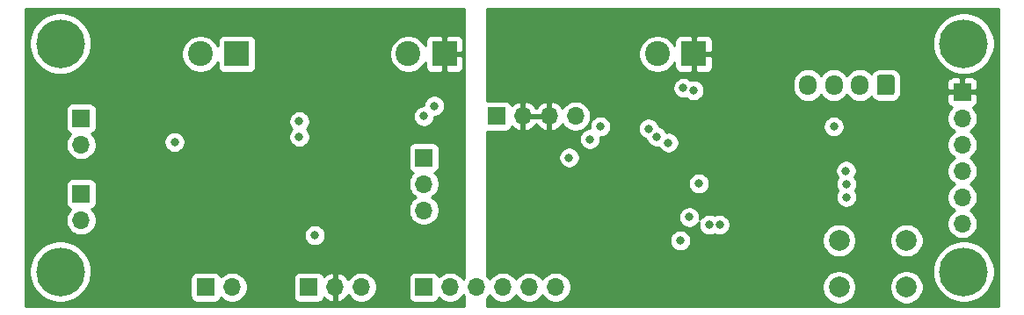
<source format=gbr>
G04 #@! TF.GenerationSoftware,KiCad,Pcbnew,5.1.10-88a1d61d58~90~ubuntu21.04.1*
G04 #@! TF.CreationDate,2021-09-06T15:15:47+02:00*
G04 #@! TF.ProjectId,DccDecoder,44636344-6563-46f6-9465-722e6b696361,rev?*
G04 #@! TF.SameCoordinates,Original*
G04 #@! TF.FileFunction,Copper,L3,Inr*
G04 #@! TF.FilePolarity,Positive*
%FSLAX46Y46*%
G04 Gerber Fmt 4.6, Leading zero omitted, Abs format (unit mm)*
G04 Created by KiCad (PCBNEW 5.1.10-88a1d61d58~90~ubuntu21.04.1) date 2021-09-06 15:15:47*
%MOMM*%
%LPD*%
G01*
G04 APERTURE LIST*
G04 #@! TA.AperFunction,ComponentPad*
%ADD10O,1.700000X1.700000*%
G04 #@! TD*
G04 #@! TA.AperFunction,ComponentPad*
%ADD11R,1.700000X1.700000*%
G04 #@! TD*
G04 #@! TA.AperFunction,ComponentPad*
%ADD12C,4.700000*%
G04 #@! TD*
G04 #@! TA.AperFunction,ComponentPad*
%ADD13C,2.000000*%
G04 #@! TD*
G04 #@! TA.AperFunction,ComponentPad*
%ADD14R,2.400000X2.400000*%
G04 #@! TD*
G04 #@! TA.AperFunction,ComponentPad*
%ADD15C,2.400000*%
G04 #@! TD*
G04 #@! TA.AperFunction,ComponentPad*
%ADD16O,1.700000X1.950000*%
G04 #@! TD*
G04 #@! TA.AperFunction,ViaPad*
%ADD17C,0.800000*%
G04 #@! TD*
G04 #@! TA.AperFunction,Conductor*
%ADD18C,0.254000*%
G04 #@! TD*
G04 #@! TA.AperFunction,Conductor*
%ADD19C,0.100000*%
G04 #@! TD*
G04 APERTURE END LIST*
D10*
X78620000Y-51000000D03*
X76080000Y-51000000D03*
X73540000Y-51000000D03*
D11*
X71000000Y-51000000D03*
D10*
X45540000Y-67500000D03*
D11*
X43000000Y-67500000D03*
D10*
X58000000Y-67500000D03*
X55460000Y-67500000D03*
D11*
X52920000Y-67500000D03*
D10*
X31000000Y-61040000D03*
D11*
X31000000Y-58500000D03*
D10*
X30995000Y-53755000D03*
D11*
X30995000Y-51215000D03*
D10*
X64000000Y-60080000D03*
X64000000Y-57540000D03*
D11*
X64000000Y-55000000D03*
D10*
X76700000Y-67500000D03*
X74160000Y-67500000D03*
X71620000Y-67500000D03*
X69080000Y-67500000D03*
X66540000Y-67500000D03*
D11*
X64000000Y-67500000D03*
X115874300Y-48671400D03*
D10*
X115874300Y-51211400D03*
X115874300Y-53751400D03*
X115874300Y-56291400D03*
X115874300Y-58831400D03*
X115874300Y-61371400D03*
D12*
X116000000Y-66000000D03*
X29000000Y-66000000D03*
X29000000Y-44000000D03*
X116000000Y-44000000D03*
D13*
X104000000Y-67500000D03*
X104000000Y-63000000D03*
X110500000Y-67500000D03*
X110500000Y-63000000D03*
D14*
X46000000Y-45000000D03*
D15*
X42500000Y-45000000D03*
D14*
X90000000Y-45000000D03*
D15*
X86500000Y-45000000D03*
D14*
X66000000Y-45000000D03*
D15*
X62500000Y-45000000D03*
D16*
X101000000Y-48000000D03*
X103500000Y-48000000D03*
X106000000Y-48000000D03*
G04 #@! TA.AperFunction,ComponentPad*
G36*
G01*
X109350000Y-47275000D02*
X109350000Y-48725000D01*
G75*
G02*
X109100000Y-48975000I-250000J0D01*
G01*
X107900000Y-48975000D01*
G75*
G02*
X107650000Y-48725000I0J250000D01*
G01*
X107650000Y-47275000D01*
G75*
G02*
X107900000Y-47025000I250000J0D01*
G01*
X109100000Y-47025000D01*
G75*
G02*
X109350000Y-47275000I0J-250000D01*
G01*
G37*
G04 #@! TD.AperFunction*
D17*
X78000000Y-55000000D03*
X103500000Y-52000000D03*
X33500000Y-65000000D03*
X110934000Y-58933000D03*
X101000000Y-56600000D03*
X73500000Y-59500000D03*
X85000006Y-61500000D03*
X75500000Y-54000000D03*
X88709000Y-62997000D03*
X104711000Y-58806000D03*
X87566000Y-53562000D03*
X104711000Y-57536000D03*
X86423000Y-52964000D03*
X104672900Y-56266000D03*
X85655000Y-52208000D03*
X92500000Y-61475000D03*
X91500000Y-61475000D03*
X64000000Y-51000000D03*
X89000000Y-48274990D03*
X90000000Y-48500000D03*
X65012653Y-50012653D03*
X40000000Y-53500000D03*
X52000000Y-51500000D03*
X81000000Y-52000000D03*
X52000000Y-53000000D03*
X80000000Y-53225010D03*
X89580000Y-60750000D03*
X90500000Y-57500000D03*
X53500000Y-62500000D03*
D18*
X119340001Y-69340000D02*
X70127000Y-69340000D01*
X70127000Y-68553107D01*
X70233475Y-68446632D01*
X70350000Y-68272240D01*
X70466525Y-68446632D01*
X70673368Y-68653475D01*
X70916589Y-68815990D01*
X71186842Y-68927932D01*
X71473740Y-68985000D01*
X71766260Y-68985000D01*
X72053158Y-68927932D01*
X72323411Y-68815990D01*
X72566632Y-68653475D01*
X72773475Y-68446632D01*
X72890000Y-68272240D01*
X73006525Y-68446632D01*
X73213368Y-68653475D01*
X73456589Y-68815990D01*
X73726842Y-68927932D01*
X74013740Y-68985000D01*
X74306260Y-68985000D01*
X74593158Y-68927932D01*
X74863411Y-68815990D01*
X75106632Y-68653475D01*
X75313475Y-68446632D01*
X75430000Y-68272240D01*
X75546525Y-68446632D01*
X75753368Y-68653475D01*
X75996589Y-68815990D01*
X76266842Y-68927932D01*
X76553740Y-68985000D01*
X76846260Y-68985000D01*
X77133158Y-68927932D01*
X77403411Y-68815990D01*
X77646632Y-68653475D01*
X77853475Y-68446632D01*
X78015990Y-68203411D01*
X78127932Y-67933158D01*
X78185000Y-67646260D01*
X78185000Y-67353740D01*
X78182062Y-67338967D01*
X102365000Y-67338967D01*
X102365000Y-67661033D01*
X102427832Y-67976912D01*
X102551082Y-68274463D01*
X102730013Y-68542252D01*
X102957748Y-68769987D01*
X103225537Y-68948918D01*
X103523088Y-69072168D01*
X103838967Y-69135000D01*
X104161033Y-69135000D01*
X104476912Y-69072168D01*
X104774463Y-68948918D01*
X105042252Y-68769987D01*
X105269987Y-68542252D01*
X105448918Y-68274463D01*
X105572168Y-67976912D01*
X105635000Y-67661033D01*
X105635000Y-67338967D01*
X108865000Y-67338967D01*
X108865000Y-67661033D01*
X108927832Y-67976912D01*
X109051082Y-68274463D01*
X109230013Y-68542252D01*
X109457748Y-68769987D01*
X109725537Y-68948918D01*
X110023088Y-69072168D01*
X110338967Y-69135000D01*
X110661033Y-69135000D01*
X110976912Y-69072168D01*
X111274463Y-68948918D01*
X111542252Y-68769987D01*
X111769987Y-68542252D01*
X111948918Y-68274463D01*
X112072168Y-67976912D01*
X112135000Y-67661033D01*
X112135000Y-67338967D01*
X112072168Y-67023088D01*
X111948918Y-66725537D01*
X111769987Y-66457748D01*
X111542252Y-66230013D01*
X111274463Y-66051082D01*
X110976912Y-65927832D01*
X110661033Y-65865000D01*
X110338967Y-65865000D01*
X110023088Y-65927832D01*
X109725537Y-66051082D01*
X109457748Y-66230013D01*
X109230013Y-66457748D01*
X109051082Y-66725537D01*
X108927832Y-67023088D01*
X108865000Y-67338967D01*
X105635000Y-67338967D01*
X105572168Y-67023088D01*
X105448918Y-66725537D01*
X105269987Y-66457748D01*
X105042252Y-66230013D01*
X104774463Y-66051082D01*
X104476912Y-65927832D01*
X104161033Y-65865000D01*
X103838967Y-65865000D01*
X103523088Y-65927832D01*
X103225537Y-66051082D01*
X102957748Y-66230013D01*
X102730013Y-66457748D01*
X102551082Y-66725537D01*
X102427832Y-67023088D01*
X102365000Y-67338967D01*
X78182062Y-67338967D01*
X78127932Y-67066842D01*
X78015990Y-66796589D01*
X77853475Y-66553368D01*
X77646632Y-66346525D01*
X77403411Y-66184010D01*
X77133158Y-66072068D01*
X76846260Y-66015000D01*
X76553740Y-66015000D01*
X76266842Y-66072068D01*
X75996589Y-66184010D01*
X75753368Y-66346525D01*
X75546525Y-66553368D01*
X75430000Y-66727760D01*
X75313475Y-66553368D01*
X75106632Y-66346525D01*
X74863411Y-66184010D01*
X74593158Y-66072068D01*
X74306260Y-66015000D01*
X74013740Y-66015000D01*
X73726842Y-66072068D01*
X73456589Y-66184010D01*
X73213368Y-66346525D01*
X73006525Y-66553368D01*
X72890000Y-66727760D01*
X72773475Y-66553368D01*
X72566632Y-66346525D01*
X72323411Y-66184010D01*
X72053158Y-66072068D01*
X71766260Y-66015000D01*
X71473740Y-66015000D01*
X71186842Y-66072068D01*
X70916589Y-66184010D01*
X70673368Y-66346525D01*
X70466525Y-66553368D01*
X70350000Y-66727760D01*
X70233475Y-66553368D01*
X70127000Y-66446893D01*
X70127000Y-65706003D01*
X113015000Y-65706003D01*
X113015000Y-66293997D01*
X113129712Y-66870692D01*
X113354727Y-67413928D01*
X113681399Y-67902826D01*
X114097174Y-68318601D01*
X114586072Y-68645273D01*
X115129308Y-68870288D01*
X115706003Y-68985000D01*
X116293997Y-68985000D01*
X116870692Y-68870288D01*
X117413928Y-68645273D01*
X117902826Y-68318601D01*
X118318601Y-67902826D01*
X118645273Y-67413928D01*
X118870288Y-66870692D01*
X118985000Y-66293997D01*
X118985000Y-65706003D01*
X118870288Y-65129308D01*
X118645273Y-64586072D01*
X118318601Y-64097174D01*
X117902826Y-63681399D01*
X117413928Y-63354727D01*
X116870692Y-63129712D01*
X116293997Y-63015000D01*
X115706003Y-63015000D01*
X115129308Y-63129712D01*
X114586072Y-63354727D01*
X114097174Y-63681399D01*
X113681399Y-64097174D01*
X113354727Y-64586072D01*
X113129712Y-65129308D01*
X113015000Y-65706003D01*
X70127000Y-65706003D01*
X70127000Y-62895061D01*
X87674000Y-62895061D01*
X87674000Y-63098939D01*
X87713774Y-63298898D01*
X87791795Y-63487256D01*
X87905063Y-63656774D01*
X88049226Y-63800937D01*
X88218744Y-63914205D01*
X88407102Y-63992226D01*
X88607061Y-64032000D01*
X88810939Y-64032000D01*
X89010898Y-63992226D01*
X89199256Y-63914205D01*
X89368774Y-63800937D01*
X89512937Y-63656774D01*
X89626205Y-63487256D01*
X89704226Y-63298898D01*
X89744000Y-63098939D01*
X89744000Y-62895061D01*
X89732843Y-62838967D01*
X102365000Y-62838967D01*
X102365000Y-63161033D01*
X102427832Y-63476912D01*
X102551082Y-63774463D01*
X102730013Y-64042252D01*
X102957748Y-64269987D01*
X103225537Y-64448918D01*
X103523088Y-64572168D01*
X103838967Y-64635000D01*
X104161033Y-64635000D01*
X104476912Y-64572168D01*
X104774463Y-64448918D01*
X105042252Y-64269987D01*
X105269987Y-64042252D01*
X105448918Y-63774463D01*
X105572168Y-63476912D01*
X105635000Y-63161033D01*
X105635000Y-62838967D01*
X108865000Y-62838967D01*
X108865000Y-63161033D01*
X108927832Y-63476912D01*
X109051082Y-63774463D01*
X109230013Y-64042252D01*
X109457748Y-64269987D01*
X109725537Y-64448918D01*
X110023088Y-64572168D01*
X110338967Y-64635000D01*
X110661033Y-64635000D01*
X110976912Y-64572168D01*
X111274463Y-64448918D01*
X111542252Y-64269987D01*
X111769987Y-64042252D01*
X111948918Y-63774463D01*
X112072168Y-63476912D01*
X112135000Y-63161033D01*
X112135000Y-62838967D01*
X112072168Y-62523088D01*
X111948918Y-62225537D01*
X111769987Y-61957748D01*
X111542252Y-61730013D01*
X111274463Y-61551082D01*
X110976912Y-61427832D01*
X110661033Y-61365000D01*
X110338967Y-61365000D01*
X110023088Y-61427832D01*
X109725537Y-61551082D01*
X109457748Y-61730013D01*
X109230013Y-61957748D01*
X109051082Y-62225537D01*
X108927832Y-62523088D01*
X108865000Y-62838967D01*
X105635000Y-62838967D01*
X105572168Y-62523088D01*
X105448918Y-62225537D01*
X105269987Y-61957748D01*
X105042252Y-61730013D01*
X104774463Y-61551082D01*
X104476912Y-61427832D01*
X104161033Y-61365000D01*
X103838967Y-61365000D01*
X103523088Y-61427832D01*
X103225537Y-61551082D01*
X102957748Y-61730013D01*
X102730013Y-61957748D01*
X102551082Y-62225537D01*
X102427832Y-62523088D01*
X102365000Y-62838967D01*
X89732843Y-62838967D01*
X89704226Y-62695102D01*
X89626205Y-62506744D01*
X89512937Y-62337226D01*
X89368774Y-62193063D01*
X89199256Y-62079795D01*
X89010898Y-62001774D01*
X88810939Y-61962000D01*
X88607061Y-61962000D01*
X88407102Y-62001774D01*
X88218744Y-62079795D01*
X88049226Y-62193063D01*
X87905063Y-62337226D01*
X87791795Y-62506744D01*
X87713774Y-62695102D01*
X87674000Y-62895061D01*
X70127000Y-62895061D01*
X70127000Y-60648061D01*
X88545000Y-60648061D01*
X88545000Y-60851939D01*
X88584774Y-61051898D01*
X88662795Y-61240256D01*
X88776063Y-61409774D01*
X88920226Y-61553937D01*
X89089744Y-61667205D01*
X89278102Y-61745226D01*
X89478061Y-61785000D01*
X89681939Y-61785000D01*
X89881898Y-61745226D01*
X90070256Y-61667205D01*
X90239774Y-61553937D01*
X90383937Y-61409774D01*
X90488963Y-61252592D01*
X90465000Y-61373061D01*
X90465000Y-61576939D01*
X90504774Y-61776898D01*
X90582795Y-61965256D01*
X90696063Y-62134774D01*
X90840226Y-62278937D01*
X91009744Y-62392205D01*
X91198102Y-62470226D01*
X91398061Y-62510000D01*
X91601939Y-62510000D01*
X91801898Y-62470226D01*
X91990256Y-62392205D01*
X92000000Y-62385694D01*
X92009744Y-62392205D01*
X92198102Y-62470226D01*
X92398061Y-62510000D01*
X92601939Y-62510000D01*
X92801898Y-62470226D01*
X92990256Y-62392205D01*
X93159774Y-62278937D01*
X93303937Y-62134774D01*
X93417205Y-61965256D01*
X93495226Y-61776898D01*
X93535000Y-61576939D01*
X93535000Y-61373061D01*
X93495226Y-61173102D01*
X93417205Y-60984744D01*
X93303937Y-60815226D01*
X93159774Y-60671063D01*
X92990256Y-60557795D01*
X92801898Y-60479774D01*
X92601939Y-60440000D01*
X92398061Y-60440000D01*
X92198102Y-60479774D01*
X92009744Y-60557795D01*
X92000000Y-60564306D01*
X91990256Y-60557795D01*
X91801898Y-60479774D01*
X91601939Y-60440000D01*
X91398061Y-60440000D01*
X91198102Y-60479774D01*
X91009744Y-60557795D01*
X90840226Y-60671063D01*
X90696063Y-60815226D01*
X90591037Y-60972408D01*
X90615000Y-60851939D01*
X90615000Y-60648061D01*
X90575226Y-60448102D01*
X90497205Y-60259744D01*
X90383937Y-60090226D01*
X90239774Y-59946063D01*
X90070256Y-59832795D01*
X89881898Y-59754774D01*
X89681939Y-59715000D01*
X89478061Y-59715000D01*
X89278102Y-59754774D01*
X89089744Y-59832795D01*
X88920226Y-59946063D01*
X88776063Y-60090226D01*
X88662795Y-60259744D01*
X88584774Y-60448102D01*
X88545000Y-60648061D01*
X70127000Y-60648061D01*
X70127000Y-57398061D01*
X89465000Y-57398061D01*
X89465000Y-57601939D01*
X89504774Y-57801898D01*
X89582795Y-57990256D01*
X89696063Y-58159774D01*
X89840226Y-58303937D01*
X90009744Y-58417205D01*
X90198102Y-58495226D01*
X90398061Y-58535000D01*
X90601939Y-58535000D01*
X90801898Y-58495226D01*
X90990256Y-58417205D01*
X91159774Y-58303937D01*
X91303937Y-58159774D01*
X91417205Y-57990256D01*
X91495226Y-57801898D01*
X91535000Y-57601939D01*
X91535000Y-57398061D01*
X91495226Y-57198102D01*
X91417205Y-57009744D01*
X91303937Y-56840226D01*
X91159774Y-56696063D01*
X90990256Y-56582795D01*
X90801898Y-56504774D01*
X90601939Y-56465000D01*
X90398061Y-56465000D01*
X90198102Y-56504774D01*
X90009744Y-56582795D01*
X89840226Y-56696063D01*
X89696063Y-56840226D01*
X89582795Y-57009744D01*
X89504774Y-57198102D01*
X89465000Y-57398061D01*
X70127000Y-57398061D01*
X70127000Y-56164061D01*
X103637900Y-56164061D01*
X103637900Y-56367939D01*
X103677674Y-56567898D01*
X103755695Y-56756256D01*
X103868963Y-56925774D01*
X103871956Y-56928767D01*
X103793795Y-57045744D01*
X103715774Y-57234102D01*
X103676000Y-57434061D01*
X103676000Y-57637939D01*
X103715774Y-57837898D01*
X103793795Y-58026256D01*
X103890510Y-58171000D01*
X103793795Y-58315744D01*
X103715774Y-58504102D01*
X103676000Y-58704061D01*
X103676000Y-58907939D01*
X103715774Y-59107898D01*
X103793795Y-59296256D01*
X103907063Y-59465774D01*
X104051226Y-59609937D01*
X104220744Y-59723205D01*
X104409102Y-59801226D01*
X104609061Y-59841000D01*
X104812939Y-59841000D01*
X105012898Y-59801226D01*
X105201256Y-59723205D01*
X105370774Y-59609937D01*
X105514937Y-59465774D01*
X105628205Y-59296256D01*
X105706226Y-59107898D01*
X105746000Y-58907939D01*
X105746000Y-58704061D01*
X105706226Y-58504102D01*
X105628205Y-58315744D01*
X105531490Y-58171000D01*
X105628205Y-58026256D01*
X105706226Y-57837898D01*
X105746000Y-57637939D01*
X105746000Y-57434061D01*
X105706226Y-57234102D01*
X105628205Y-57045744D01*
X105514937Y-56876226D01*
X105511944Y-56873233D01*
X105590105Y-56756256D01*
X105668126Y-56567898D01*
X105707900Y-56367939D01*
X105707900Y-56164061D01*
X105668126Y-55964102D01*
X105590105Y-55775744D01*
X105476837Y-55606226D01*
X105332674Y-55462063D01*
X105163156Y-55348795D01*
X104974798Y-55270774D01*
X104774839Y-55231000D01*
X104570961Y-55231000D01*
X104371002Y-55270774D01*
X104182644Y-55348795D01*
X104013126Y-55462063D01*
X103868963Y-55606226D01*
X103755695Y-55775744D01*
X103677674Y-55964102D01*
X103637900Y-56164061D01*
X70127000Y-56164061D01*
X70127000Y-54898061D01*
X76965000Y-54898061D01*
X76965000Y-55101939D01*
X77004774Y-55301898D01*
X77082795Y-55490256D01*
X77196063Y-55659774D01*
X77340226Y-55803937D01*
X77509744Y-55917205D01*
X77698102Y-55995226D01*
X77898061Y-56035000D01*
X78101939Y-56035000D01*
X78301898Y-55995226D01*
X78490256Y-55917205D01*
X78659774Y-55803937D01*
X78803937Y-55659774D01*
X78917205Y-55490256D01*
X78995226Y-55301898D01*
X79035000Y-55101939D01*
X79035000Y-54898061D01*
X78995226Y-54698102D01*
X78917205Y-54509744D01*
X78803937Y-54340226D01*
X78659774Y-54196063D01*
X78490256Y-54082795D01*
X78301898Y-54004774D01*
X78101939Y-53965000D01*
X77898061Y-53965000D01*
X77698102Y-54004774D01*
X77509744Y-54082795D01*
X77340226Y-54196063D01*
X77196063Y-54340226D01*
X77082795Y-54509744D01*
X77004774Y-54698102D01*
X76965000Y-54898061D01*
X70127000Y-54898061D01*
X70127000Y-53123071D01*
X78965000Y-53123071D01*
X78965000Y-53326949D01*
X79004774Y-53526908D01*
X79082795Y-53715266D01*
X79196063Y-53884784D01*
X79340226Y-54028947D01*
X79509744Y-54142215D01*
X79698102Y-54220236D01*
X79898061Y-54260010D01*
X80101939Y-54260010D01*
X80301898Y-54220236D01*
X80490256Y-54142215D01*
X80659774Y-54028947D01*
X80803937Y-53884784D01*
X80917205Y-53715266D01*
X80995226Y-53526908D01*
X81035000Y-53326949D01*
X81035000Y-53123071D01*
X81017482Y-53035000D01*
X81101939Y-53035000D01*
X81301898Y-52995226D01*
X81490256Y-52917205D01*
X81659774Y-52803937D01*
X81803937Y-52659774D01*
X81917205Y-52490256D01*
X81995226Y-52301898D01*
X82034180Y-52106061D01*
X84620000Y-52106061D01*
X84620000Y-52309939D01*
X84659774Y-52509898D01*
X84737795Y-52698256D01*
X84851063Y-52867774D01*
X84995226Y-53011937D01*
X85164744Y-53125205D01*
X85353102Y-53203226D01*
X85417870Y-53216109D01*
X85427774Y-53265898D01*
X85505795Y-53454256D01*
X85619063Y-53623774D01*
X85763226Y-53767937D01*
X85932744Y-53881205D01*
X86121102Y-53959226D01*
X86321061Y-53999000D01*
X86524939Y-53999000D01*
X86618987Y-53980293D01*
X86648795Y-54052256D01*
X86762063Y-54221774D01*
X86906226Y-54365937D01*
X87075744Y-54479205D01*
X87264102Y-54557226D01*
X87464061Y-54597000D01*
X87667939Y-54597000D01*
X87867898Y-54557226D01*
X88056256Y-54479205D01*
X88225774Y-54365937D01*
X88369937Y-54221774D01*
X88483205Y-54052256D01*
X88561226Y-53863898D01*
X88601000Y-53663939D01*
X88601000Y-53460061D01*
X88561226Y-53260102D01*
X88483205Y-53071744D01*
X88369937Y-52902226D01*
X88225774Y-52758063D01*
X88056256Y-52644795D01*
X87867898Y-52566774D01*
X87667939Y-52527000D01*
X87464061Y-52527000D01*
X87370013Y-52545707D01*
X87340205Y-52473744D01*
X87226937Y-52304226D01*
X87082774Y-52160063D01*
X86913256Y-52046795D01*
X86724898Y-51968774D01*
X86660130Y-51955891D01*
X86650226Y-51906102D01*
X86646896Y-51898061D01*
X102465000Y-51898061D01*
X102465000Y-52101939D01*
X102504774Y-52301898D01*
X102582795Y-52490256D01*
X102696063Y-52659774D01*
X102840226Y-52803937D01*
X103009744Y-52917205D01*
X103198102Y-52995226D01*
X103398061Y-53035000D01*
X103601939Y-53035000D01*
X103801898Y-52995226D01*
X103990256Y-52917205D01*
X104159774Y-52803937D01*
X104303937Y-52659774D01*
X104417205Y-52490256D01*
X104495226Y-52301898D01*
X104535000Y-52101939D01*
X104535000Y-51898061D01*
X104495226Y-51698102D01*
X104417205Y-51509744D01*
X104303937Y-51340226D01*
X104159774Y-51196063D01*
X103990256Y-51082795D01*
X103801898Y-51004774D01*
X103601939Y-50965000D01*
X103398061Y-50965000D01*
X103198102Y-51004774D01*
X103009744Y-51082795D01*
X102840226Y-51196063D01*
X102696063Y-51340226D01*
X102582795Y-51509744D01*
X102504774Y-51698102D01*
X102465000Y-51898061D01*
X86646896Y-51898061D01*
X86572205Y-51717744D01*
X86458937Y-51548226D01*
X86314774Y-51404063D01*
X86145256Y-51290795D01*
X85956898Y-51212774D01*
X85756939Y-51173000D01*
X85553061Y-51173000D01*
X85353102Y-51212774D01*
X85164744Y-51290795D01*
X84995226Y-51404063D01*
X84851063Y-51548226D01*
X84737795Y-51717744D01*
X84659774Y-51906102D01*
X84620000Y-52106061D01*
X82034180Y-52106061D01*
X82035000Y-52101939D01*
X82035000Y-51898061D01*
X81995226Y-51698102D01*
X81917205Y-51509744D01*
X81803937Y-51340226D01*
X81659774Y-51196063D01*
X81490256Y-51082795D01*
X81301898Y-51004774D01*
X81101939Y-50965000D01*
X80898061Y-50965000D01*
X80698102Y-51004774D01*
X80509744Y-51082795D01*
X80340226Y-51196063D01*
X80196063Y-51340226D01*
X80082795Y-51509744D01*
X80004774Y-51698102D01*
X79965000Y-51898061D01*
X79965000Y-52101939D01*
X79982518Y-52190010D01*
X79898061Y-52190010D01*
X79698102Y-52229784D01*
X79509744Y-52307805D01*
X79340226Y-52421073D01*
X79196063Y-52565236D01*
X79082795Y-52734754D01*
X79004774Y-52923112D01*
X78965000Y-53123071D01*
X70127000Y-53123071D01*
X70127000Y-52485807D01*
X70150000Y-52488072D01*
X71850000Y-52488072D01*
X71974482Y-52475812D01*
X72094180Y-52439502D01*
X72204494Y-52380537D01*
X72301185Y-52301185D01*
X72380537Y-52204494D01*
X72439502Y-52094180D01*
X72463966Y-52013534D01*
X72539731Y-52097588D01*
X72773080Y-52271641D01*
X73035901Y-52396825D01*
X73183110Y-52441476D01*
X73413000Y-52320155D01*
X73413000Y-51127000D01*
X73667000Y-51127000D01*
X73667000Y-52320155D01*
X73896890Y-52441476D01*
X74044099Y-52396825D01*
X74306920Y-52271641D01*
X74540269Y-52097588D01*
X74735178Y-51881355D01*
X74810000Y-51755745D01*
X74884822Y-51881355D01*
X75079731Y-52097588D01*
X75313080Y-52271641D01*
X75575901Y-52396825D01*
X75723110Y-52441476D01*
X75953000Y-52320155D01*
X75953000Y-51127000D01*
X73667000Y-51127000D01*
X73413000Y-51127000D01*
X73393000Y-51127000D01*
X73393000Y-50873000D01*
X73413000Y-50873000D01*
X73413000Y-49679845D01*
X73667000Y-49679845D01*
X73667000Y-50873000D01*
X75953000Y-50873000D01*
X75953000Y-49679845D01*
X76207000Y-49679845D01*
X76207000Y-50873000D01*
X76227000Y-50873000D01*
X76227000Y-51127000D01*
X76207000Y-51127000D01*
X76207000Y-52320155D01*
X76436890Y-52441476D01*
X76584099Y-52396825D01*
X76846920Y-52271641D01*
X77080269Y-52097588D01*
X77275178Y-51881355D01*
X77344805Y-51764466D01*
X77466525Y-51946632D01*
X77673368Y-52153475D01*
X77916589Y-52315990D01*
X78186842Y-52427932D01*
X78473740Y-52485000D01*
X78766260Y-52485000D01*
X79053158Y-52427932D01*
X79323411Y-52315990D01*
X79566632Y-52153475D01*
X79773475Y-51946632D01*
X79935990Y-51703411D01*
X80047932Y-51433158D01*
X80105000Y-51146260D01*
X80105000Y-50853740D01*
X80047932Y-50566842D01*
X79935990Y-50296589D01*
X79773475Y-50053368D01*
X79566632Y-49846525D01*
X79323411Y-49684010D01*
X79053158Y-49572068D01*
X78766260Y-49515000D01*
X78473740Y-49515000D01*
X78186842Y-49572068D01*
X77916589Y-49684010D01*
X77673368Y-49846525D01*
X77466525Y-50053368D01*
X77344805Y-50235534D01*
X77275178Y-50118645D01*
X77080269Y-49902412D01*
X76846920Y-49728359D01*
X76584099Y-49603175D01*
X76436890Y-49558524D01*
X76207000Y-49679845D01*
X75953000Y-49679845D01*
X75723110Y-49558524D01*
X75575901Y-49603175D01*
X75313080Y-49728359D01*
X75079731Y-49902412D01*
X74884822Y-50118645D01*
X74810000Y-50244255D01*
X74735178Y-50118645D01*
X74540269Y-49902412D01*
X74306920Y-49728359D01*
X74044099Y-49603175D01*
X73896890Y-49558524D01*
X73667000Y-49679845D01*
X73413000Y-49679845D01*
X73183110Y-49558524D01*
X73035901Y-49603175D01*
X72773080Y-49728359D01*
X72539731Y-49902412D01*
X72463966Y-49986466D01*
X72439502Y-49905820D01*
X72380537Y-49795506D01*
X72301185Y-49698815D01*
X72204494Y-49619463D01*
X72094180Y-49560498D01*
X71974482Y-49524188D01*
X71850000Y-49511928D01*
X70150000Y-49511928D01*
X70127000Y-49514193D01*
X70127000Y-48173051D01*
X87965000Y-48173051D01*
X87965000Y-48376929D01*
X88004774Y-48576888D01*
X88082795Y-48765246D01*
X88196063Y-48934764D01*
X88340226Y-49078927D01*
X88509744Y-49192195D01*
X88698102Y-49270216D01*
X88898061Y-49309990D01*
X89101939Y-49309990D01*
X89301898Y-49270216D01*
X89305156Y-49268867D01*
X89340226Y-49303937D01*
X89509744Y-49417205D01*
X89698102Y-49495226D01*
X89898061Y-49535000D01*
X90101939Y-49535000D01*
X90301898Y-49495226D01*
X90490256Y-49417205D01*
X90659774Y-49303937D01*
X90803937Y-49159774D01*
X90917205Y-48990256D01*
X90995226Y-48801898D01*
X91035000Y-48601939D01*
X91035000Y-48398061D01*
X90995226Y-48198102D01*
X90917205Y-48009744D01*
X90803937Y-47840226D01*
X90765761Y-47802050D01*
X99515000Y-47802050D01*
X99515000Y-48197949D01*
X99536487Y-48416110D01*
X99621401Y-48696033D01*
X99759294Y-48954013D01*
X99944866Y-49180134D01*
X100170986Y-49365706D01*
X100428966Y-49503599D01*
X100708889Y-49588513D01*
X101000000Y-49617185D01*
X101291110Y-49588513D01*
X101571033Y-49503599D01*
X101829013Y-49365706D01*
X102055134Y-49180134D01*
X102240706Y-48954014D01*
X102250000Y-48936626D01*
X102259294Y-48954013D01*
X102444866Y-49180134D01*
X102670986Y-49365706D01*
X102928966Y-49503599D01*
X103208889Y-49588513D01*
X103500000Y-49617185D01*
X103791110Y-49588513D01*
X104071033Y-49503599D01*
X104329013Y-49365706D01*
X104555134Y-49180134D01*
X104740706Y-48954014D01*
X104750000Y-48936626D01*
X104759294Y-48954013D01*
X104944866Y-49180134D01*
X105170986Y-49365706D01*
X105428966Y-49503599D01*
X105708889Y-49588513D01*
X106000000Y-49617185D01*
X106291110Y-49588513D01*
X106571033Y-49503599D01*
X106829013Y-49365706D01*
X107055134Y-49180134D01*
X107107223Y-49116663D01*
X107161595Y-49218386D01*
X107272038Y-49352962D01*
X107406614Y-49463405D01*
X107560150Y-49545472D01*
X107726746Y-49596008D01*
X107900000Y-49613072D01*
X109100000Y-49613072D01*
X109273254Y-49596008D01*
X109439850Y-49545472D01*
X109484885Y-49521400D01*
X114386228Y-49521400D01*
X114398488Y-49645882D01*
X114434798Y-49765580D01*
X114493763Y-49875894D01*
X114573115Y-49972585D01*
X114669806Y-50051937D01*
X114780120Y-50110902D01*
X114852680Y-50132913D01*
X114720825Y-50264768D01*
X114558310Y-50507989D01*
X114446368Y-50778242D01*
X114389300Y-51065140D01*
X114389300Y-51357660D01*
X114446368Y-51644558D01*
X114558310Y-51914811D01*
X114720825Y-52158032D01*
X114927668Y-52364875D01*
X115102060Y-52481400D01*
X114927668Y-52597925D01*
X114720825Y-52804768D01*
X114558310Y-53047989D01*
X114446368Y-53318242D01*
X114389300Y-53605140D01*
X114389300Y-53897660D01*
X114446368Y-54184558D01*
X114558310Y-54454811D01*
X114720825Y-54698032D01*
X114927668Y-54904875D01*
X115102060Y-55021400D01*
X114927668Y-55137925D01*
X114720825Y-55344768D01*
X114558310Y-55587989D01*
X114446368Y-55858242D01*
X114389300Y-56145140D01*
X114389300Y-56437660D01*
X114446368Y-56724558D01*
X114558310Y-56994811D01*
X114720825Y-57238032D01*
X114927668Y-57444875D01*
X115102060Y-57561400D01*
X114927668Y-57677925D01*
X114720825Y-57884768D01*
X114558310Y-58127989D01*
X114446368Y-58398242D01*
X114389300Y-58685140D01*
X114389300Y-58977660D01*
X114446368Y-59264558D01*
X114558310Y-59534811D01*
X114720825Y-59778032D01*
X114927668Y-59984875D01*
X115102060Y-60101400D01*
X114927668Y-60217925D01*
X114720825Y-60424768D01*
X114558310Y-60667989D01*
X114446368Y-60938242D01*
X114389300Y-61225140D01*
X114389300Y-61517660D01*
X114446368Y-61804558D01*
X114558310Y-62074811D01*
X114720825Y-62318032D01*
X114927668Y-62524875D01*
X115170889Y-62687390D01*
X115441142Y-62799332D01*
X115728040Y-62856400D01*
X116020560Y-62856400D01*
X116307458Y-62799332D01*
X116577711Y-62687390D01*
X116820932Y-62524875D01*
X117027775Y-62318032D01*
X117190290Y-62074811D01*
X117302232Y-61804558D01*
X117359300Y-61517660D01*
X117359300Y-61225140D01*
X117302232Y-60938242D01*
X117190290Y-60667989D01*
X117027775Y-60424768D01*
X116820932Y-60217925D01*
X116646540Y-60101400D01*
X116820932Y-59984875D01*
X117027775Y-59778032D01*
X117190290Y-59534811D01*
X117302232Y-59264558D01*
X117359300Y-58977660D01*
X117359300Y-58685140D01*
X117302232Y-58398242D01*
X117190290Y-58127989D01*
X117027775Y-57884768D01*
X116820932Y-57677925D01*
X116646540Y-57561400D01*
X116820932Y-57444875D01*
X117027775Y-57238032D01*
X117190290Y-56994811D01*
X117302232Y-56724558D01*
X117359300Y-56437660D01*
X117359300Y-56145140D01*
X117302232Y-55858242D01*
X117190290Y-55587989D01*
X117027775Y-55344768D01*
X116820932Y-55137925D01*
X116646540Y-55021400D01*
X116820932Y-54904875D01*
X117027775Y-54698032D01*
X117190290Y-54454811D01*
X117302232Y-54184558D01*
X117359300Y-53897660D01*
X117359300Y-53605140D01*
X117302232Y-53318242D01*
X117190290Y-53047989D01*
X117027775Y-52804768D01*
X116820932Y-52597925D01*
X116646540Y-52481400D01*
X116820932Y-52364875D01*
X117027775Y-52158032D01*
X117190290Y-51914811D01*
X117302232Y-51644558D01*
X117359300Y-51357660D01*
X117359300Y-51065140D01*
X117302232Y-50778242D01*
X117190290Y-50507989D01*
X117027775Y-50264768D01*
X116895920Y-50132913D01*
X116968480Y-50110902D01*
X117078794Y-50051937D01*
X117175485Y-49972585D01*
X117254837Y-49875894D01*
X117313802Y-49765580D01*
X117350112Y-49645882D01*
X117362372Y-49521400D01*
X117359300Y-48957150D01*
X117200550Y-48798400D01*
X116001300Y-48798400D01*
X116001300Y-48818400D01*
X115747300Y-48818400D01*
X115747300Y-48798400D01*
X114548050Y-48798400D01*
X114389300Y-48957150D01*
X114386228Y-49521400D01*
X109484885Y-49521400D01*
X109593386Y-49463405D01*
X109727962Y-49352962D01*
X109838405Y-49218386D01*
X109920472Y-49064850D01*
X109971008Y-48898254D01*
X109988072Y-48725000D01*
X109988072Y-47821400D01*
X114386228Y-47821400D01*
X114389300Y-48385650D01*
X114548050Y-48544400D01*
X115747300Y-48544400D01*
X115747300Y-47345150D01*
X116001300Y-47345150D01*
X116001300Y-48544400D01*
X117200550Y-48544400D01*
X117359300Y-48385650D01*
X117362372Y-47821400D01*
X117350112Y-47696918D01*
X117313802Y-47577220D01*
X117254837Y-47466906D01*
X117175485Y-47370215D01*
X117078794Y-47290863D01*
X116968480Y-47231898D01*
X116848782Y-47195588D01*
X116724300Y-47183328D01*
X116160050Y-47186400D01*
X116001300Y-47345150D01*
X115747300Y-47345150D01*
X115588550Y-47186400D01*
X115024300Y-47183328D01*
X114899818Y-47195588D01*
X114780120Y-47231898D01*
X114669806Y-47290863D01*
X114573115Y-47370215D01*
X114493763Y-47466906D01*
X114434798Y-47577220D01*
X114398488Y-47696918D01*
X114386228Y-47821400D01*
X109988072Y-47821400D01*
X109988072Y-47275000D01*
X109971008Y-47101746D01*
X109920472Y-46935150D01*
X109838405Y-46781614D01*
X109727962Y-46647038D01*
X109593386Y-46536595D01*
X109439850Y-46454528D01*
X109273254Y-46403992D01*
X109100000Y-46386928D01*
X107900000Y-46386928D01*
X107726746Y-46403992D01*
X107560150Y-46454528D01*
X107406614Y-46536595D01*
X107272038Y-46647038D01*
X107161595Y-46781614D01*
X107107223Y-46883337D01*
X107055134Y-46819866D01*
X106829014Y-46634294D01*
X106571034Y-46496401D01*
X106291111Y-46411487D01*
X106000000Y-46382815D01*
X105708890Y-46411487D01*
X105428967Y-46496401D01*
X105170987Y-46634294D01*
X104944866Y-46819866D01*
X104759294Y-47045986D01*
X104750000Y-47063374D01*
X104740706Y-47045986D01*
X104555134Y-46819866D01*
X104329014Y-46634294D01*
X104071034Y-46496401D01*
X103791111Y-46411487D01*
X103500000Y-46382815D01*
X103208890Y-46411487D01*
X102928967Y-46496401D01*
X102670987Y-46634294D01*
X102444866Y-46819866D01*
X102259294Y-47045986D01*
X102250000Y-47063374D01*
X102240706Y-47045986D01*
X102055134Y-46819866D01*
X101829014Y-46634294D01*
X101571034Y-46496401D01*
X101291111Y-46411487D01*
X101000000Y-46382815D01*
X100708890Y-46411487D01*
X100428967Y-46496401D01*
X100170987Y-46634294D01*
X99944866Y-46819866D01*
X99759294Y-47045986D01*
X99621401Y-47303966D01*
X99536487Y-47583889D01*
X99515000Y-47802050D01*
X90765761Y-47802050D01*
X90659774Y-47696063D01*
X90490256Y-47582795D01*
X90301898Y-47504774D01*
X90101939Y-47465000D01*
X89898061Y-47465000D01*
X89698102Y-47504774D01*
X89694844Y-47506123D01*
X89659774Y-47471053D01*
X89490256Y-47357785D01*
X89301898Y-47279764D01*
X89101939Y-47239990D01*
X88898061Y-47239990D01*
X88698102Y-47279764D01*
X88509744Y-47357785D01*
X88340226Y-47471053D01*
X88196063Y-47615216D01*
X88082795Y-47784734D01*
X88004774Y-47973092D01*
X87965000Y-48173051D01*
X70127000Y-48173051D01*
X70127000Y-44819268D01*
X84665000Y-44819268D01*
X84665000Y-45180732D01*
X84735518Y-45535250D01*
X84873844Y-45869199D01*
X85074662Y-46169744D01*
X85330256Y-46425338D01*
X85630801Y-46626156D01*
X85964750Y-46764482D01*
X86319268Y-46835000D01*
X86680732Y-46835000D01*
X87035250Y-46764482D01*
X87369199Y-46626156D01*
X87669744Y-46425338D01*
X87925338Y-46169744D01*
X88126156Y-45869199D01*
X88163341Y-45779426D01*
X88161928Y-46200000D01*
X88174188Y-46324482D01*
X88210498Y-46444180D01*
X88269463Y-46554494D01*
X88348815Y-46651185D01*
X88445506Y-46730537D01*
X88555820Y-46789502D01*
X88675518Y-46825812D01*
X88800000Y-46838072D01*
X89714250Y-46835000D01*
X89873000Y-46676250D01*
X89873000Y-45127000D01*
X90127000Y-45127000D01*
X90127000Y-46676250D01*
X90285750Y-46835000D01*
X91200000Y-46838072D01*
X91324482Y-46825812D01*
X91444180Y-46789502D01*
X91554494Y-46730537D01*
X91651185Y-46651185D01*
X91730537Y-46554494D01*
X91789502Y-46444180D01*
X91825812Y-46324482D01*
X91838072Y-46200000D01*
X91835000Y-45285750D01*
X91676250Y-45127000D01*
X90127000Y-45127000D01*
X89873000Y-45127000D01*
X89853000Y-45127000D01*
X89853000Y-44873000D01*
X89873000Y-44873000D01*
X89873000Y-43323750D01*
X90127000Y-43323750D01*
X90127000Y-44873000D01*
X91676250Y-44873000D01*
X91835000Y-44714250D01*
X91838072Y-43800000D01*
X91828815Y-43706003D01*
X113015000Y-43706003D01*
X113015000Y-44293997D01*
X113129712Y-44870692D01*
X113354727Y-45413928D01*
X113681399Y-45902826D01*
X114097174Y-46318601D01*
X114586072Y-46645273D01*
X115129308Y-46870288D01*
X115706003Y-46985000D01*
X116293997Y-46985000D01*
X116870692Y-46870288D01*
X117413928Y-46645273D01*
X117902826Y-46318601D01*
X118318601Y-45902826D01*
X118645273Y-45413928D01*
X118870288Y-44870692D01*
X118985000Y-44293997D01*
X118985000Y-43706003D01*
X118870288Y-43129308D01*
X118645273Y-42586072D01*
X118318601Y-42097174D01*
X117902826Y-41681399D01*
X117413928Y-41354727D01*
X116870692Y-41129712D01*
X116293997Y-41015000D01*
X115706003Y-41015000D01*
X115129308Y-41129712D01*
X114586072Y-41354727D01*
X114097174Y-41681399D01*
X113681399Y-42097174D01*
X113354727Y-42586072D01*
X113129712Y-43129308D01*
X113015000Y-43706003D01*
X91828815Y-43706003D01*
X91825812Y-43675518D01*
X91789502Y-43555820D01*
X91730537Y-43445506D01*
X91651185Y-43348815D01*
X91554494Y-43269463D01*
X91444180Y-43210498D01*
X91324482Y-43174188D01*
X91200000Y-43161928D01*
X90285750Y-43165000D01*
X90127000Y-43323750D01*
X89873000Y-43323750D01*
X89714250Y-43165000D01*
X88800000Y-43161928D01*
X88675518Y-43174188D01*
X88555820Y-43210498D01*
X88445506Y-43269463D01*
X88348815Y-43348815D01*
X88269463Y-43445506D01*
X88210498Y-43555820D01*
X88174188Y-43675518D01*
X88161928Y-43800000D01*
X88163341Y-44220574D01*
X88126156Y-44130801D01*
X87925338Y-43830256D01*
X87669744Y-43574662D01*
X87369199Y-43373844D01*
X87035250Y-43235518D01*
X86680732Y-43165000D01*
X86319268Y-43165000D01*
X85964750Y-43235518D01*
X85630801Y-43373844D01*
X85330256Y-43574662D01*
X85074662Y-43830256D01*
X84873844Y-44130801D01*
X84735518Y-44464750D01*
X84665000Y-44819268D01*
X70127000Y-44819268D01*
X70127000Y-40660000D01*
X119340000Y-40660000D01*
X119340001Y-69340000D01*
G04 #@! TA.AperFunction,Conductor*
D19*
G36*
X119340001Y-69340000D02*
G01*
X70127000Y-69340000D01*
X70127000Y-68553107D01*
X70233475Y-68446632D01*
X70350000Y-68272240D01*
X70466525Y-68446632D01*
X70673368Y-68653475D01*
X70916589Y-68815990D01*
X71186842Y-68927932D01*
X71473740Y-68985000D01*
X71766260Y-68985000D01*
X72053158Y-68927932D01*
X72323411Y-68815990D01*
X72566632Y-68653475D01*
X72773475Y-68446632D01*
X72890000Y-68272240D01*
X73006525Y-68446632D01*
X73213368Y-68653475D01*
X73456589Y-68815990D01*
X73726842Y-68927932D01*
X74013740Y-68985000D01*
X74306260Y-68985000D01*
X74593158Y-68927932D01*
X74863411Y-68815990D01*
X75106632Y-68653475D01*
X75313475Y-68446632D01*
X75430000Y-68272240D01*
X75546525Y-68446632D01*
X75753368Y-68653475D01*
X75996589Y-68815990D01*
X76266842Y-68927932D01*
X76553740Y-68985000D01*
X76846260Y-68985000D01*
X77133158Y-68927932D01*
X77403411Y-68815990D01*
X77646632Y-68653475D01*
X77853475Y-68446632D01*
X78015990Y-68203411D01*
X78127932Y-67933158D01*
X78185000Y-67646260D01*
X78185000Y-67353740D01*
X78182062Y-67338967D01*
X102365000Y-67338967D01*
X102365000Y-67661033D01*
X102427832Y-67976912D01*
X102551082Y-68274463D01*
X102730013Y-68542252D01*
X102957748Y-68769987D01*
X103225537Y-68948918D01*
X103523088Y-69072168D01*
X103838967Y-69135000D01*
X104161033Y-69135000D01*
X104476912Y-69072168D01*
X104774463Y-68948918D01*
X105042252Y-68769987D01*
X105269987Y-68542252D01*
X105448918Y-68274463D01*
X105572168Y-67976912D01*
X105635000Y-67661033D01*
X105635000Y-67338967D01*
X108865000Y-67338967D01*
X108865000Y-67661033D01*
X108927832Y-67976912D01*
X109051082Y-68274463D01*
X109230013Y-68542252D01*
X109457748Y-68769987D01*
X109725537Y-68948918D01*
X110023088Y-69072168D01*
X110338967Y-69135000D01*
X110661033Y-69135000D01*
X110976912Y-69072168D01*
X111274463Y-68948918D01*
X111542252Y-68769987D01*
X111769987Y-68542252D01*
X111948918Y-68274463D01*
X112072168Y-67976912D01*
X112135000Y-67661033D01*
X112135000Y-67338967D01*
X112072168Y-67023088D01*
X111948918Y-66725537D01*
X111769987Y-66457748D01*
X111542252Y-66230013D01*
X111274463Y-66051082D01*
X110976912Y-65927832D01*
X110661033Y-65865000D01*
X110338967Y-65865000D01*
X110023088Y-65927832D01*
X109725537Y-66051082D01*
X109457748Y-66230013D01*
X109230013Y-66457748D01*
X109051082Y-66725537D01*
X108927832Y-67023088D01*
X108865000Y-67338967D01*
X105635000Y-67338967D01*
X105572168Y-67023088D01*
X105448918Y-66725537D01*
X105269987Y-66457748D01*
X105042252Y-66230013D01*
X104774463Y-66051082D01*
X104476912Y-65927832D01*
X104161033Y-65865000D01*
X103838967Y-65865000D01*
X103523088Y-65927832D01*
X103225537Y-66051082D01*
X102957748Y-66230013D01*
X102730013Y-66457748D01*
X102551082Y-66725537D01*
X102427832Y-67023088D01*
X102365000Y-67338967D01*
X78182062Y-67338967D01*
X78127932Y-67066842D01*
X78015990Y-66796589D01*
X77853475Y-66553368D01*
X77646632Y-66346525D01*
X77403411Y-66184010D01*
X77133158Y-66072068D01*
X76846260Y-66015000D01*
X76553740Y-66015000D01*
X76266842Y-66072068D01*
X75996589Y-66184010D01*
X75753368Y-66346525D01*
X75546525Y-66553368D01*
X75430000Y-66727760D01*
X75313475Y-66553368D01*
X75106632Y-66346525D01*
X74863411Y-66184010D01*
X74593158Y-66072068D01*
X74306260Y-66015000D01*
X74013740Y-66015000D01*
X73726842Y-66072068D01*
X73456589Y-66184010D01*
X73213368Y-66346525D01*
X73006525Y-66553368D01*
X72890000Y-66727760D01*
X72773475Y-66553368D01*
X72566632Y-66346525D01*
X72323411Y-66184010D01*
X72053158Y-66072068D01*
X71766260Y-66015000D01*
X71473740Y-66015000D01*
X71186842Y-66072068D01*
X70916589Y-66184010D01*
X70673368Y-66346525D01*
X70466525Y-66553368D01*
X70350000Y-66727760D01*
X70233475Y-66553368D01*
X70127000Y-66446893D01*
X70127000Y-65706003D01*
X113015000Y-65706003D01*
X113015000Y-66293997D01*
X113129712Y-66870692D01*
X113354727Y-67413928D01*
X113681399Y-67902826D01*
X114097174Y-68318601D01*
X114586072Y-68645273D01*
X115129308Y-68870288D01*
X115706003Y-68985000D01*
X116293997Y-68985000D01*
X116870692Y-68870288D01*
X117413928Y-68645273D01*
X117902826Y-68318601D01*
X118318601Y-67902826D01*
X118645273Y-67413928D01*
X118870288Y-66870692D01*
X118985000Y-66293997D01*
X118985000Y-65706003D01*
X118870288Y-65129308D01*
X118645273Y-64586072D01*
X118318601Y-64097174D01*
X117902826Y-63681399D01*
X117413928Y-63354727D01*
X116870692Y-63129712D01*
X116293997Y-63015000D01*
X115706003Y-63015000D01*
X115129308Y-63129712D01*
X114586072Y-63354727D01*
X114097174Y-63681399D01*
X113681399Y-64097174D01*
X113354727Y-64586072D01*
X113129712Y-65129308D01*
X113015000Y-65706003D01*
X70127000Y-65706003D01*
X70127000Y-62895061D01*
X87674000Y-62895061D01*
X87674000Y-63098939D01*
X87713774Y-63298898D01*
X87791795Y-63487256D01*
X87905063Y-63656774D01*
X88049226Y-63800937D01*
X88218744Y-63914205D01*
X88407102Y-63992226D01*
X88607061Y-64032000D01*
X88810939Y-64032000D01*
X89010898Y-63992226D01*
X89199256Y-63914205D01*
X89368774Y-63800937D01*
X89512937Y-63656774D01*
X89626205Y-63487256D01*
X89704226Y-63298898D01*
X89744000Y-63098939D01*
X89744000Y-62895061D01*
X89732843Y-62838967D01*
X102365000Y-62838967D01*
X102365000Y-63161033D01*
X102427832Y-63476912D01*
X102551082Y-63774463D01*
X102730013Y-64042252D01*
X102957748Y-64269987D01*
X103225537Y-64448918D01*
X103523088Y-64572168D01*
X103838967Y-64635000D01*
X104161033Y-64635000D01*
X104476912Y-64572168D01*
X104774463Y-64448918D01*
X105042252Y-64269987D01*
X105269987Y-64042252D01*
X105448918Y-63774463D01*
X105572168Y-63476912D01*
X105635000Y-63161033D01*
X105635000Y-62838967D01*
X108865000Y-62838967D01*
X108865000Y-63161033D01*
X108927832Y-63476912D01*
X109051082Y-63774463D01*
X109230013Y-64042252D01*
X109457748Y-64269987D01*
X109725537Y-64448918D01*
X110023088Y-64572168D01*
X110338967Y-64635000D01*
X110661033Y-64635000D01*
X110976912Y-64572168D01*
X111274463Y-64448918D01*
X111542252Y-64269987D01*
X111769987Y-64042252D01*
X111948918Y-63774463D01*
X112072168Y-63476912D01*
X112135000Y-63161033D01*
X112135000Y-62838967D01*
X112072168Y-62523088D01*
X111948918Y-62225537D01*
X111769987Y-61957748D01*
X111542252Y-61730013D01*
X111274463Y-61551082D01*
X110976912Y-61427832D01*
X110661033Y-61365000D01*
X110338967Y-61365000D01*
X110023088Y-61427832D01*
X109725537Y-61551082D01*
X109457748Y-61730013D01*
X109230013Y-61957748D01*
X109051082Y-62225537D01*
X108927832Y-62523088D01*
X108865000Y-62838967D01*
X105635000Y-62838967D01*
X105572168Y-62523088D01*
X105448918Y-62225537D01*
X105269987Y-61957748D01*
X105042252Y-61730013D01*
X104774463Y-61551082D01*
X104476912Y-61427832D01*
X104161033Y-61365000D01*
X103838967Y-61365000D01*
X103523088Y-61427832D01*
X103225537Y-61551082D01*
X102957748Y-61730013D01*
X102730013Y-61957748D01*
X102551082Y-62225537D01*
X102427832Y-62523088D01*
X102365000Y-62838967D01*
X89732843Y-62838967D01*
X89704226Y-62695102D01*
X89626205Y-62506744D01*
X89512937Y-62337226D01*
X89368774Y-62193063D01*
X89199256Y-62079795D01*
X89010898Y-62001774D01*
X88810939Y-61962000D01*
X88607061Y-61962000D01*
X88407102Y-62001774D01*
X88218744Y-62079795D01*
X88049226Y-62193063D01*
X87905063Y-62337226D01*
X87791795Y-62506744D01*
X87713774Y-62695102D01*
X87674000Y-62895061D01*
X70127000Y-62895061D01*
X70127000Y-60648061D01*
X88545000Y-60648061D01*
X88545000Y-60851939D01*
X88584774Y-61051898D01*
X88662795Y-61240256D01*
X88776063Y-61409774D01*
X88920226Y-61553937D01*
X89089744Y-61667205D01*
X89278102Y-61745226D01*
X89478061Y-61785000D01*
X89681939Y-61785000D01*
X89881898Y-61745226D01*
X90070256Y-61667205D01*
X90239774Y-61553937D01*
X90383937Y-61409774D01*
X90488963Y-61252592D01*
X90465000Y-61373061D01*
X90465000Y-61576939D01*
X90504774Y-61776898D01*
X90582795Y-61965256D01*
X90696063Y-62134774D01*
X90840226Y-62278937D01*
X91009744Y-62392205D01*
X91198102Y-62470226D01*
X91398061Y-62510000D01*
X91601939Y-62510000D01*
X91801898Y-62470226D01*
X91990256Y-62392205D01*
X92000000Y-62385694D01*
X92009744Y-62392205D01*
X92198102Y-62470226D01*
X92398061Y-62510000D01*
X92601939Y-62510000D01*
X92801898Y-62470226D01*
X92990256Y-62392205D01*
X93159774Y-62278937D01*
X93303937Y-62134774D01*
X93417205Y-61965256D01*
X93495226Y-61776898D01*
X93535000Y-61576939D01*
X93535000Y-61373061D01*
X93495226Y-61173102D01*
X93417205Y-60984744D01*
X93303937Y-60815226D01*
X93159774Y-60671063D01*
X92990256Y-60557795D01*
X92801898Y-60479774D01*
X92601939Y-60440000D01*
X92398061Y-60440000D01*
X92198102Y-60479774D01*
X92009744Y-60557795D01*
X92000000Y-60564306D01*
X91990256Y-60557795D01*
X91801898Y-60479774D01*
X91601939Y-60440000D01*
X91398061Y-60440000D01*
X91198102Y-60479774D01*
X91009744Y-60557795D01*
X90840226Y-60671063D01*
X90696063Y-60815226D01*
X90591037Y-60972408D01*
X90615000Y-60851939D01*
X90615000Y-60648061D01*
X90575226Y-60448102D01*
X90497205Y-60259744D01*
X90383937Y-60090226D01*
X90239774Y-59946063D01*
X90070256Y-59832795D01*
X89881898Y-59754774D01*
X89681939Y-59715000D01*
X89478061Y-59715000D01*
X89278102Y-59754774D01*
X89089744Y-59832795D01*
X88920226Y-59946063D01*
X88776063Y-60090226D01*
X88662795Y-60259744D01*
X88584774Y-60448102D01*
X88545000Y-60648061D01*
X70127000Y-60648061D01*
X70127000Y-57398061D01*
X89465000Y-57398061D01*
X89465000Y-57601939D01*
X89504774Y-57801898D01*
X89582795Y-57990256D01*
X89696063Y-58159774D01*
X89840226Y-58303937D01*
X90009744Y-58417205D01*
X90198102Y-58495226D01*
X90398061Y-58535000D01*
X90601939Y-58535000D01*
X90801898Y-58495226D01*
X90990256Y-58417205D01*
X91159774Y-58303937D01*
X91303937Y-58159774D01*
X91417205Y-57990256D01*
X91495226Y-57801898D01*
X91535000Y-57601939D01*
X91535000Y-57398061D01*
X91495226Y-57198102D01*
X91417205Y-57009744D01*
X91303937Y-56840226D01*
X91159774Y-56696063D01*
X90990256Y-56582795D01*
X90801898Y-56504774D01*
X90601939Y-56465000D01*
X90398061Y-56465000D01*
X90198102Y-56504774D01*
X90009744Y-56582795D01*
X89840226Y-56696063D01*
X89696063Y-56840226D01*
X89582795Y-57009744D01*
X89504774Y-57198102D01*
X89465000Y-57398061D01*
X70127000Y-57398061D01*
X70127000Y-56164061D01*
X103637900Y-56164061D01*
X103637900Y-56367939D01*
X103677674Y-56567898D01*
X103755695Y-56756256D01*
X103868963Y-56925774D01*
X103871956Y-56928767D01*
X103793795Y-57045744D01*
X103715774Y-57234102D01*
X103676000Y-57434061D01*
X103676000Y-57637939D01*
X103715774Y-57837898D01*
X103793795Y-58026256D01*
X103890510Y-58171000D01*
X103793795Y-58315744D01*
X103715774Y-58504102D01*
X103676000Y-58704061D01*
X103676000Y-58907939D01*
X103715774Y-59107898D01*
X103793795Y-59296256D01*
X103907063Y-59465774D01*
X104051226Y-59609937D01*
X104220744Y-59723205D01*
X104409102Y-59801226D01*
X104609061Y-59841000D01*
X104812939Y-59841000D01*
X105012898Y-59801226D01*
X105201256Y-59723205D01*
X105370774Y-59609937D01*
X105514937Y-59465774D01*
X105628205Y-59296256D01*
X105706226Y-59107898D01*
X105746000Y-58907939D01*
X105746000Y-58704061D01*
X105706226Y-58504102D01*
X105628205Y-58315744D01*
X105531490Y-58171000D01*
X105628205Y-58026256D01*
X105706226Y-57837898D01*
X105746000Y-57637939D01*
X105746000Y-57434061D01*
X105706226Y-57234102D01*
X105628205Y-57045744D01*
X105514937Y-56876226D01*
X105511944Y-56873233D01*
X105590105Y-56756256D01*
X105668126Y-56567898D01*
X105707900Y-56367939D01*
X105707900Y-56164061D01*
X105668126Y-55964102D01*
X105590105Y-55775744D01*
X105476837Y-55606226D01*
X105332674Y-55462063D01*
X105163156Y-55348795D01*
X104974798Y-55270774D01*
X104774839Y-55231000D01*
X104570961Y-55231000D01*
X104371002Y-55270774D01*
X104182644Y-55348795D01*
X104013126Y-55462063D01*
X103868963Y-55606226D01*
X103755695Y-55775744D01*
X103677674Y-55964102D01*
X103637900Y-56164061D01*
X70127000Y-56164061D01*
X70127000Y-54898061D01*
X76965000Y-54898061D01*
X76965000Y-55101939D01*
X77004774Y-55301898D01*
X77082795Y-55490256D01*
X77196063Y-55659774D01*
X77340226Y-55803937D01*
X77509744Y-55917205D01*
X77698102Y-55995226D01*
X77898061Y-56035000D01*
X78101939Y-56035000D01*
X78301898Y-55995226D01*
X78490256Y-55917205D01*
X78659774Y-55803937D01*
X78803937Y-55659774D01*
X78917205Y-55490256D01*
X78995226Y-55301898D01*
X79035000Y-55101939D01*
X79035000Y-54898061D01*
X78995226Y-54698102D01*
X78917205Y-54509744D01*
X78803937Y-54340226D01*
X78659774Y-54196063D01*
X78490256Y-54082795D01*
X78301898Y-54004774D01*
X78101939Y-53965000D01*
X77898061Y-53965000D01*
X77698102Y-54004774D01*
X77509744Y-54082795D01*
X77340226Y-54196063D01*
X77196063Y-54340226D01*
X77082795Y-54509744D01*
X77004774Y-54698102D01*
X76965000Y-54898061D01*
X70127000Y-54898061D01*
X70127000Y-53123071D01*
X78965000Y-53123071D01*
X78965000Y-53326949D01*
X79004774Y-53526908D01*
X79082795Y-53715266D01*
X79196063Y-53884784D01*
X79340226Y-54028947D01*
X79509744Y-54142215D01*
X79698102Y-54220236D01*
X79898061Y-54260010D01*
X80101939Y-54260010D01*
X80301898Y-54220236D01*
X80490256Y-54142215D01*
X80659774Y-54028947D01*
X80803937Y-53884784D01*
X80917205Y-53715266D01*
X80995226Y-53526908D01*
X81035000Y-53326949D01*
X81035000Y-53123071D01*
X81017482Y-53035000D01*
X81101939Y-53035000D01*
X81301898Y-52995226D01*
X81490256Y-52917205D01*
X81659774Y-52803937D01*
X81803937Y-52659774D01*
X81917205Y-52490256D01*
X81995226Y-52301898D01*
X82034180Y-52106061D01*
X84620000Y-52106061D01*
X84620000Y-52309939D01*
X84659774Y-52509898D01*
X84737795Y-52698256D01*
X84851063Y-52867774D01*
X84995226Y-53011937D01*
X85164744Y-53125205D01*
X85353102Y-53203226D01*
X85417870Y-53216109D01*
X85427774Y-53265898D01*
X85505795Y-53454256D01*
X85619063Y-53623774D01*
X85763226Y-53767937D01*
X85932744Y-53881205D01*
X86121102Y-53959226D01*
X86321061Y-53999000D01*
X86524939Y-53999000D01*
X86618987Y-53980293D01*
X86648795Y-54052256D01*
X86762063Y-54221774D01*
X86906226Y-54365937D01*
X87075744Y-54479205D01*
X87264102Y-54557226D01*
X87464061Y-54597000D01*
X87667939Y-54597000D01*
X87867898Y-54557226D01*
X88056256Y-54479205D01*
X88225774Y-54365937D01*
X88369937Y-54221774D01*
X88483205Y-54052256D01*
X88561226Y-53863898D01*
X88601000Y-53663939D01*
X88601000Y-53460061D01*
X88561226Y-53260102D01*
X88483205Y-53071744D01*
X88369937Y-52902226D01*
X88225774Y-52758063D01*
X88056256Y-52644795D01*
X87867898Y-52566774D01*
X87667939Y-52527000D01*
X87464061Y-52527000D01*
X87370013Y-52545707D01*
X87340205Y-52473744D01*
X87226937Y-52304226D01*
X87082774Y-52160063D01*
X86913256Y-52046795D01*
X86724898Y-51968774D01*
X86660130Y-51955891D01*
X86650226Y-51906102D01*
X86646896Y-51898061D01*
X102465000Y-51898061D01*
X102465000Y-52101939D01*
X102504774Y-52301898D01*
X102582795Y-52490256D01*
X102696063Y-52659774D01*
X102840226Y-52803937D01*
X103009744Y-52917205D01*
X103198102Y-52995226D01*
X103398061Y-53035000D01*
X103601939Y-53035000D01*
X103801898Y-52995226D01*
X103990256Y-52917205D01*
X104159774Y-52803937D01*
X104303937Y-52659774D01*
X104417205Y-52490256D01*
X104495226Y-52301898D01*
X104535000Y-52101939D01*
X104535000Y-51898061D01*
X104495226Y-51698102D01*
X104417205Y-51509744D01*
X104303937Y-51340226D01*
X104159774Y-51196063D01*
X103990256Y-51082795D01*
X103801898Y-51004774D01*
X103601939Y-50965000D01*
X103398061Y-50965000D01*
X103198102Y-51004774D01*
X103009744Y-51082795D01*
X102840226Y-51196063D01*
X102696063Y-51340226D01*
X102582795Y-51509744D01*
X102504774Y-51698102D01*
X102465000Y-51898061D01*
X86646896Y-51898061D01*
X86572205Y-51717744D01*
X86458937Y-51548226D01*
X86314774Y-51404063D01*
X86145256Y-51290795D01*
X85956898Y-51212774D01*
X85756939Y-51173000D01*
X85553061Y-51173000D01*
X85353102Y-51212774D01*
X85164744Y-51290795D01*
X84995226Y-51404063D01*
X84851063Y-51548226D01*
X84737795Y-51717744D01*
X84659774Y-51906102D01*
X84620000Y-52106061D01*
X82034180Y-52106061D01*
X82035000Y-52101939D01*
X82035000Y-51898061D01*
X81995226Y-51698102D01*
X81917205Y-51509744D01*
X81803937Y-51340226D01*
X81659774Y-51196063D01*
X81490256Y-51082795D01*
X81301898Y-51004774D01*
X81101939Y-50965000D01*
X80898061Y-50965000D01*
X80698102Y-51004774D01*
X80509744Y-51082795D01*
X80340226Y-51196063D01*
X80196063Y-51340226D01*
X80082795Y-51509744D01*
X80004774Y-51698102D01*
X79965000Y-51898061D01*
X79965000Y-52101939D01*
X79982518Y-52190010D01*
X79898061Y-52190010D01*
X79698102Y-52229784D01*
X79509744Y-52307805D01*
X79340226Y-52421073D01*
X79196063Y-52565236D01*
X79082795Y-52734754D01*
X79004774Y-52923112D01*
X78965000Y-53123071D01*
X70127000Y-53123071D01*
X70127000Y-52485807D01*
X70150000Y-52488072D01*
X71850000Y-52488072D01*
X71974482Y-52475812D01*
X72094180Y-52439502D01*
X72204494Y-52380537D01*
X72301185Y-52301185D01*
X72380537Y-52204494D01*
X72439502Y-52094180D01*
X72463966Y-52013534D01*
X72539731Y-52097588D01*
X72773080Y-52271641D01*
X73035901Y-52396825D01*
X73183110Y-52441476D01*
X73413000Y-52320155D01*
X73413000Y-51127000D01*
X73667000Y-51127000D01*
X73667000Y-52320155D01*
X73896890Y-52441476D01*
X74044099Y-52396825D01*
X74306920Y-52271641D01*
X74540269Y-52097588D01*
X74735178Y-51881355D01*
X74810000Y-51755745D01*
X74884822Y-51881355D01*
X75079731Y-52097588D01*
X75313080Y-52271641D01*
X75575901Y-52396825D01*
X75723110Y-52441476D01*
X75953000Y-52320155D01*
X75953000Y-51127000D01*
X73667000Y-51127000D01*
X73413000Y-51127000D01*
X73393000Y-51127000D01*
X73393000Y-50873000D01*
X73413000Y-50873000D01*
X73413000Y-49679845D01*
X73667000Y-49679845D01*
X73667000Y-50873000D01*
X75953000Y-50873000D01*
X75953000Y-49679845D01*
X76207000Y-49679845D01*
X76207000Y-50873000D01*
X76227000Y-50873000D01*
X76227000Y-51127000D01*
X76207000Y-51127000D01*
X76207000Y-52320155D01*
X76436890Y-52441476D01*
X76584099Y-52396825D01*
X76846920Y-52271641D01*
X77080269Y-52097588D01*
X77275178Y-51881355D01*
X77344805Y-51764466D01*
X77466525Y-51946632D01*
X77673368Y-52153475D01*
X77916589Y-52315990D01*
X78186842Y-52427932D01*
X78473740Y-52485000D01*
X78766260Y-52485000D01*
X79053158Y-52427932D01*
X79323411Y-52315990D01*
X79566632Y-52153475D01*
X79773475Y-51946632D01*
X79935990Y-51703411D01*
X80047932Y-51433158D01*
X80105000Y-51146260D01*
X80105000Y-50853740D01*
X80047932Y-50566842D01*
X79935990Y-50296589D01*
X79773475Y-50053368D01*
X79566632Y-49846525D01*
X79323411Y-49684010D01*
X79053158Y-49572068D01*
X78766260Y-49515000D01*
X78473740Y-49515000D01*
X78186842Y-49572068D01*
X77916589Y-49684010D01*
X77673368Y-49846525D01*
X77466525Y-50053368D01*
X77344805Y-50235534D01*
X77275178Y-50118645D01*
X77080269Y-49902412D01*
X76846920Y-49728359D01*
X76584099Y-49603175D01*
X76436890Y-49558524D01*
X76207000Y-49679845D01*
X75953000Y-49679845D01*
X75723110Y-49558524D01*
X75575901Y-49603175D01*
X75313080Y-49728359D01*
X75079731Y-49902412D01*
X74884822Y-50118645D01*
X74810000Y-50244255D01*
X74735178Y-50118645D01*
X74540269Y-49902412D01*
X74306920Y-49728359D01*
X74044099Y-49603175D01*
X73896890Y-49558524D01*
X73667000Y-49679845D01*
X73413000Y-49679845D01*
X73183110Y-49558524D01*
X73035901Y-49603175D01*
X72773080Y-49728359D01*
X72539731Y-49902412D01*
X72463966Y-49986466D01*
X72439502Y-49905820D01*
X72380537Y-49795506D01*
X72301185Y-49698815D01*
X72204494Y-49619463D01*
X72094180Y-49560498D01*
X71974482Y-49524188D01*
X71850000Y-49511928D01*
X70150000Y-49511928D01*
X70127000Y-49514193D01*
X70127000Y-48173051D01*
X87965000Y-48173051D01*
X87965000Y-48376929D01*
X88004774Y-48576888D01*
X88082795Y-48765246D01*
X88196063Y-48934764D01*
X88340226Y-49078927D01*
X88509744Y-49192195D01*
X88698102Y-49270216D01*
X88898061Y-49309990D01*
X89101939Y-49309990D01*
X89301898Y-49270216D01*
X89305156Y-49268867D01*
X89340226Y-49303937D01*
X89509744Y-49417205D01*
X89698102Y-49495226D01*
X89898061Y-49535000D01*
X90101939Y-49535000D01*
X90301898Y-49495226D01*
X90490256Y-49417205D01*
X90659774Y-49303937D01*
X90803937Y-49159774D01*
X90917205Y-48990256D01*
X90995226Y-48801898D01*
X91035000Y-48601939D01*
X91035000Y-48398061D01*
X90995226Y-48198102D01*
X90917205Y-48009744D01*
X90803937Y-47840226D01*
X90765761Y-47802050D01*
X99515000Y-47802050D01*
X99515000Y-48197949D01*
X99536487Y-48416110D01*
X99621401Y-48696033D01*
X99759294Y-48954013D01*
X99944866Y-49180134D01*
X100170986Y-49365706D01*
X100428966Y-49503599D01*
X100708889Y-49588513D01*
X101000000Y-49617185D01*
X101291110Y-49588513D01*
X101571033Y-49503599D01*
X101829013Y-49365706D01*
X102055134Y-49180134D01*
X102240706Y-48954014D01*
X102250000Y-48936626D01*
X102259294Y-48954013D01*
X102444866Y-49180134D01*
X102670986Y-49365706D01*
X102928966Y-49503599D01*
X103208889Y-49588513D01*
X103500000Y-49617185D01*
X103791110Y-49588513D01*
X104071033Y-49503599D01*
X104329013Y-49365706D01*
X104555134Y-49180134D01*
X104740706Y-48954014D01*
X104750000Y-48936626D01*
X104759294Y-48954013D01*
X104944866Y-49180134D01*
X105170986Y-49365706D01*
X105428966Y-49503599D01*
X105708889Y-49588513D01*
X106000000Y-49617185D01*
X106291110Y-49588513D01*
X106571033Y-49503599D01*
X106829013Y-49365706D01*
X107055134Y-49180134D01*
X107107223Y-49116663D01*
X107161595Y-49218386D01*
X107272038Y-49352962D01*
X107406614Y-49463405D01*
X107560150Y-49545472D01*
X107726746Y-49596008D01*
X107900000Y-49613072D01*
X109100000Y-49613072D01*
X109273254Y-49596008D01*
X109439850Y-49545472D01*
X109484885Y-49521400D01*
X114386228Y-49521400D01*
X114398488Y-49645882D01*
X114434798Y-49765580D01*
X114493763Y-49875894D01*
X114573115Y-49972585D01*
X114669806Y-50051937D01*
X114780120Y-50110902D01*
X114852680Y-50132913D01*
X114720825Y-50264768D01*
X114558310Y-50507989D01*
X114446368Y-50778242D01*
X114389300Y-51065140D01*
X114389300Y-51357660D01*
X114446368Y-51644558D01*
X114558310Y-51914811D01*
X114720825Y-52158032D01*
X114927668Y-52364875D01*
X115102060Y-52481400D01*
X114927668Y-52597925D01*
X114720825Y-52804768D01*
X114558310Y-53047989D01*
X114446368Y-53318242D01*
X114389300Y-53605140D01*
X114389300Y-53897660D01*
X114446368Y-54184558D01*
X114558310Y-54454811D01*
X114720825Y-54698032D01*
X114927668Y-54904875D01*
X115102060Y-55021400D01*
X114927668Y-55137925D01*
X114720825Y-55344768D01*
X114558310Y-55587989D01*
X114446368Y-55858242D01*
X114389300Y-56145140D01*
X114389300Y-56437660D01*
X114446368Y-56724558D01*
X114558310Y-56994811D01*
X114720825Y-57238032D01*
X114927668Y-57444875D01*
X115102060Y-57561400D01*
X114927668Y-57677925D01*
X114720825Y-57884768D01*
X114558310Y-58127989D01*
X114446368Y-58398242D01*
X114389300Y-58685140D01*
X114389300Y-58977660D01*
X114446368Y-59264558D01*
X114558310Y-59534811D01*
X114720825Y-59778032D01*
X114927668Y-59984875D01*
X115102060Y-60101400D01*
X114927668Y-60217925D01*
X114720825Y-60424768D01*
X114558310Y-60667989D01*
X114446368Y-60938242D01*
X114389300Y-61225140D01*
X114389300Y-61517660D01*
X114446368Y-61804558D01*
X114558310Y-62074811D01*
X114720825Y-62318032D01*
X114927668Y-62524875D01*
X115170889Y-62687390D01*
X115441142Y-62799332D01*
X115728040Y-62856400D01*
X116020560Y-62856400D01*
X116307458Y-62799332D01*
X116577711Y-62687390D01*
X116820932Y-62524875D01*
X117027775Y-62318032D01*
X117190290Y-62074811D01*
X117302232Y-61804558D01*
X117359300Y-61517660D01*
X117359300Y-61225140D01*
X117302232Y-60938242D01*
X117190290Y-60667989D01*
X117027775Y-60424768D01*
X116820932Y-60217925D01*
X116646540Y-60101400D01*
X116820932Y-59984875D01*
X117027775Y-59778032D01*
X117190290Y-59534811D01*
X117302232Y-59264558D01*
X117359300Y-58977660D01*
X117359300Y-58685140D01*
X117302232Y-58398242D01*
X117190290Y-58127989D01*
X117027775Y-57884768D01*
X116820932Y-57677925D01*
X116646540Y-57561400D01*
X116820932Y-57444875D01*
X117027775Y-57238032D01*
X117190290Y-56994811D01*
X117302232Y-56724558D01*
X117359300Y-56437660D01*
X117359300Y-56145140D01*
X117302232Y-55858242D01*
X117190290Y-55587989D01*
X117027775Y-55344768D01*
X116820932Y-55137925D01*
X116646540Y-55021400D01*
X116820932Y-54904875D01*
X117027775Y-54698032D01*
X117190290Y-54454811D01*
X117302232Y-54184558D01*
X117359300Y-53897660D01*
X117359300Y-53605140D01*
X117302232Y-53318242D01*
X117190290Y-53047989D01*
X117027775Y-52804768D01*
X116820932Y-52597925D01*
X116646540Y-52481400D01*
X116820932Y-52364875D01*
X117027775Y-52158032D01*
X117190290Y-51914811D01*
X117302232Y-51644558D01*
X117359300Y-51357660D01*
X117359300Y-51065140D01*
X117302232Y-50778242D01*
X117190290Y-50507989D01*
X117027775Y-50264768D01*
X116895920Y-50132913D01*
X116968480Y-50110902D01*
X117078794Y-50051937D01*
X117175485Y-49972585D01*
X117254837Y-49875894D01*
X117313802Y-49765580D01*
X117350112Y-49645882D01*
X117362372Y-49521400D01*
X117359300Y-48957150D01*
X117200550Y-48798400D01*
X116001300Y-48798400D01*
X116001300Y-48818400D01*
X115747300Y-48818400D01*
X115747300Y-48798400D01*
X114548050Y-48798400D01*
X114389300Y-48957150D01*
X114386228Y-49521400D01*
X109484885Y-49521400D01*
X109593386Y-49463405D01*
X109727962Y-49352962D01*
X109838405Y-49218386D01*
X109920472Y-49064850D01*
X109971008Y-48898254D01*
X109988072Y-48725000D01*
X109988072Y-47821400D01*
X114386228Y-47821400D01*
X114389300Y-48385650D01*
X114548050Y-48544400D01*
X115747300Y-48544400D01*
X115747300Y-47345150D01*
X116001300Y-47345150D01*
X116001300Y-48544400D01*
X117200550Y-48544400D01*
X117359300Y-48385650D01*
X117362372Y-47821400D01*
X117350112Y-47696918D01*
X117313802Y-47577220D01*
X117254837Y-47466906D01*
X117175485Y-47370215D01*
X117078794Y-47290863D01*
X116968480Y-47231898D01*
X116848782Y-47195588D01*
X116724300Y-47183328D01*
X116160050Y-47186400D01*
X116001300Y-47345150D01*
X115747300Y-47345150D01*
X115588550Y-47186400D01*
X115024300Y-47183328D01*
X114899818Y-47195588D01*
X114780120Y-47231898D01*
X114669806Y-47290863D01*
X114573115Y-47370215D01*
X114493763Y-47466906D01*
X114434798Y-47577220D01*
X114398488Y-47696918D01*
X114386228Y-47821400D01*
X109988072Y-47821400D01*
X109988072Y-47275000D01*
X109971008Y-47101746D01*
X109920472Y-46935150D01*
X109838405Y-46781614D01*
X109727962Y-46647038D01*
X109593386Y-46536595D01*
X109439850Y-46454528D01*
X109273254Y-46403992D01*
X109100000Y-46386928D01*
X107900000Y-46386928D01*
X107726746Y-46403992D01*
X107560150Y-46454528D01*
X107406614Y-46536595D01*
X107272038Y-46647038D01*
X107161595Y-46781614D01*
X107107223Y-46883337D01*
X107055134Y-46819866D01*
X106829014Y-46634294D01*
X106571034Y-46496401D01*
X106291111Y-46411487D01*
X106000000Y-46382815D01*
X105708890Y-46411487D01*
X105428967Y-46496401D01*
X105170987Y-46634294D01*
X104944866Y-46819866D01*
X104759294Y-47045986D01*
X104750000Y-47063374D01*
X104740706Y-47045986D01*
X104555134Y-46819866D01*
X104329014Y-46634294D01*
X104071034Y-46496401D01*
X103791111Y-46411487D01*
X103500000Y-46382815D01*
X103208890Y-46411487D01*
X102928967Y-46496401D01*
X102670987Y-46634294D01*
X102444866Y-46819866D01*
X102259294Y-47045986D01*
X102250000Y-47063374D01*
X102240706Y-47045986D01*
X102055134Y-46819866D01*
X101829014Y-46634294D01*
X101571034Y-46496401D01*
X101291111Y-46411487D01*
X101000000Y-46382815D01*
X100708890Y-46411487D01*
X100428967Y-46496401D01*
X100170987Y-46634294D01*
X99944866Y-46819866D01*
X99759294Y-47045986D01*
X99621401Y-47303966D01*
X99536487Y-47583889D01*
X99515000Y-47802050D01*
X90765761Y-47802050D01*
X90659774Y-47696063D01*
X90490256Y-47582795D01*
X90301898Y-47504774D01*
X90101939Y-47465000D01*
X89898061Y-47465000D01*
X89698102Y-47504774D01*
X89694844Y-47506123D01*
X89659774Y-47471053D01*
X89490256Y-47357785D01*
X89301898Y-47279764D01*
X89101939Y-47239990D01*
X88898061Y-47239990D01*
X88698102Y-47279764D01*
X88509744Y-47357785D01*
X88340226Y-47471053D01*
X88196063Y-47615216D01*
X88082795Y-47784734D01*
X88004774Y-47973092D01*
X87965000Y-48173051D01*
X70127000Y-48173051D01*
X70127000Y-44819268D01*
X84665000Y-44819268D01*
X84665000Y-45180732D01*
X84735518Y-45535250D01*
X84873844Y-45869199D01*
X85074662Y-46169744D01*
X85330256Y-46425338D01*
X85630801Y-46626156D01*
X85964750Y-46764482D01*
X86319268Y-46835000D01*
X86680732Y-46835000D01*
X87035250Y-46764482D01*
X87369199Y-46626156D01*
X87669744Y-46425338D01*
X87925338Y-46169744D01*
X88126156Y-45869199D01*
X88163341Y-45779426D01*
X88161928Y-46200000D01*
X88174188Y-46324482D01*
X88210498Y-46444180D01*
X88269463Y-46554494D01*
X88348815Y-46651185D01*
X88445506Y-46730537D01*
X88555820Y-46789502D01*
X88675518Y-46825812D01*
X88800000Y-46838072D01*
X89714250Y-46835000D01*
X89873000Y-46676250D01*
X89873000Y-45127000D01*
X90127000Y-45127000D01*
X90127000Y-46676250D01*
X90285750Y-46835000D01*
X91200000Y-46838072D01*
X91324482Y-46825812D01*
X91444180Y-46789502D01*
X91554494Y-46730537D01*
X91651185Y-46651185D01*
X91730537Y-46554494D01*
X91789502Y-46444180D01*
X91825812Y-46324482D01*
X91838072Y-46200000D01*
X91835000Y-45285750D01*
X91676250Y-45127000D01*
X90127000Y-45127000D01*
X89873000Y-45127000D01*
X89853000Y-45127000D01*
X89853000Y-44873000D01*
X89873000Y-44873000D01*
X89873000Y-43323750D01*
X90127000Y-43323750D01*
X90127000Y-44873000D01*
X91676250Y-44873000D01*
X91835000Y-44714250D01*
X91838072Y-43800000D01*
X91828815Y-43706003D01*
X113015000Y-43706003D01*
X113015000Y-44293997D01*
X113129712Y-44870692D01*
X113354727Y-45413928D01*
X113681399Y-45902826D01*
X114097174Y-46318601D01*
X114586072Y-46645273D01*
X115129308Y-46870288D01*
X115706003Y-46985000D01*
X116293997Y-46985000D01*
X116870692Y-46870288D01*
X117413928Y-46645273D01*
X117902826Y-46318601D01*
X118318601Y-45902826D01*
X118645273Y-45413928D01*
X118870288Y-44870692D01*
X118985000Y-44293997D01*
X118985000Y-43706003D01*
X118870288Y-43129308D01*
X118645273Y-42586072D01*
X118318601Y-42097174D01*
X117902826Y-41681399D01*
X117413928Y-41354727D01*
X116870692Y-41129712D01*
X116293997Y-41015000D01*
X115706003Y-41015000D01*
X115129308Y-41129712D01*
X114586072Y-41354727D01*
X114097174Y-41681399D01*
X113681399Y-42097174D01*
X113354727Y-42586072D01*
X113129712Y-43129308D01*
X113015000Y-43706003D01*
X91828815Y-43706003D01*
X91825812Y-43675518D01*
X91789502Y-43555820D01*
X91730537Y-43445506D01*
X91651185Y-43348815D01*
X91554494Y-43269463D01*
X91444180Y-43210498D01*
X91324482Y-43174188D01*
X91200000Y-43161928D01*
X90285750Y-43165000D01*
X90127000Y-43323750D01*
X89873000Y-43323750D01*
X89714250Y-43165000D01*
X88800000Y-43161928D01*
X88675518Y-43174188D01*
X88555820Y-43210498D01*
X88445506Y-43269463D01*
X88348815Y-43348815D01*
X88269463Y-43445506D01*
X88210498Y-43555820D01*
X88174188Y-43675518D01*
X88161928Y-43800000D01*
X88163341Y-44220574D01*
X88126156Y-44130801D01*
X87925338Y-43830256D01*
X87669744Y-43574662D01*
X87369199Y-43373844D01*
X87035250Y-43235518D01*
X86680732Y-43165000D01*
X86319268Y-43165000D01*
X85964750Y-43235518D01*
X85630801Y-43373844D01*
X85330256Y-43574662D01*
X85074662Y-43830256D01*
X84873844Y-44130801D01*
X84735518Y-44464750D01*
X84665000Y-44819268D01*
X70127000Y-44819268D01*
X70127000Y-40660000D01*
X119340000Y-40660000D01*
X119340001Y-69340000D01*
G37*
G04 #@! TD.AperFunction*
D18*
X67873000Y-66633474D02*
X67810000Y-66727760D01*
X67693475Y-66553368D01*
X67486632Y-66346525D01*
X67243411Y-66184010D01*
X66973158Y-66072068D01*
X66686260Y-66015000D01*
X66393740Y-66015000D01*
X66106842Y-66072068D01*
X65836589Y-66184010D01*
X65593368Y-66346525D01*
X65461513Y-66478380D01*
X65439502Y-66405820D01*
X65380537Y-66295506D01*
X65301185Y-66198815D01*
X65204494Y-66119463D01*
X65094180Y-66060498D01*
X64974482Y-66024188D01*
X64850000Y-66011928D01*
X63150000Y-66011928D01*
X63025518Y-66024188D01*
X62905820Y-66060498D01*
X62795506Y-66119463D01*
X62698815Y-66198815D01*
X62619463Y-66295506D01*
X62560498Y-66405820D01*
X62524188Y-66525518D01*
X62511928Y-66650000D01*
X62511928Y-68350000D01*
X62524188Y-68474482D01*
X62560498Y-68594180D01*
X62619463Y-68704494D01*
X62698815Y-68801185D01*
X62795506Y-68880537D01*
X62905820Y-68939502D01*
X63025518Y-68975812D01*
X63150000Y-68988072D01*
X64850000Y-68988072D01*
X64974482Y-68975812D01*
X65094180Y-68939502D01*
X65204494Y-68880537D01*
X65301185Y-68801185D01*
X65380537Y-68704494D01*
X65439502Y-68594180D01*
X65461513Y-68521620D01*
X65593368Y-68653475D01*
X65836589Y-68815990D01*
X66106842Y-68927932D01*
X66393740Y-68985000D01*
X66686260Y-68985000D01*
X66973158Y-68927932D01*
X67243411Y-68815990D01*
X67486632Y-68653475D01*
X67693475Y-68446632D01*
X67810000Y-68272240D01*
X67873000Y-68366526D01*
X67873000Y-69340000D01*
X25660000Y-69340000D01*
X25660000Y-65706003D01*
X26015000Y-65706003D01*
X26015000Y-66293997D01*
X26129712Y-66870692D01*
X26354727Y-67413928D01*
X26681399Y-67902826D01*
X27097174Y-68318601D01*
X27586072Y-68645273D01*
X28129308Y-68870288D01*
X28706003Y-68985000D01*
X29293997Y-68985000D01*
X29870692Y-68870288D01*
X30413928Y-68645273D01*
X30902826Y-68318601D01*
X31318601Y-67902826D01*
X31645273Y-67413928D01*
X31870288Y-66870692D01*
X31914186Y-66650000D01*
X41511928Y-66650000D01*
X41511928Y-68350000D01*
X41524188Y-68474482D01*
X41560498Y-68594180D01*
X41619463Y-68704494D01*
X41698815Y-68801185D01*
X41795506Y-68880537D01*
X41905820Y-68939502D01*
X42025518Y-68975812D01*
X42150000Y-68988072D01*
X43850000Y-68988072D01*
X43974482Y-68975812D01*
X44094180Y-68939502D01*
X44204494Y-68880537D01*
X44301185Y-68801185D01*
X44380537Y-68704494D01*
X44439502Y-68594180D01*
X44461513Y-68521620D01*
X44593368Y-68653475D01*
X44836589Y-68815990D01*
X45106842Y-68927932D01*
X45393740Y-68985000D01*
X45686260Y-68985000D01*
X45973158Y-68927932D01*
X46243411Y-68815990D01*
X46486632Y-68653475D01*
X46693475Y-68446632D01*
X46855990Y-68203411D01*
X46967932Y-67933158D01*
X47025000Y-67646260D01*
X47025000Y-67353740D01*
X46967932Y-67066842D01*
X46855990Y-66796589D01*
X46758043Y-66650000D01*
X51431928Y-66650000D01*
X51431928Y-68350000D01*
X51444188Y-68474482D01*
X51480498Y-68594180D01*
X51539463Y-68704494D01*
X51618815Y-68801185D01*
X51715506Y-68880537D01*
X51825820Y-68939502D01*
X51945518Y-68975812D01*
X52070000Y-68988072D01*
X53770000Y-68988072D01*
X53894482Y-68975812D01*
X54014180Y-68939502D01*
X54124494Y-68880537D01*
X54221185Y-68801185D01*
X54300537Y-68704494D01*
X54359502Y-68594180D01*
X54383966Y-68513534D01*
X54459731Y-68597588D01*
X54693080Y-68771641D01*
X54955901Y-68896825D01*
X55103110Y-68941476D01*
X55333000Y-68820155D01*
X55333000Y-67627000D01*
X55313000Y-67627000D01*
X55313000Y-67373000D01*
X55333000Y-67373000D01*
X55333000Y-66179845D01*
X55587000Y-66179845D01*
X55587000Y-67373000D01*
X55607000Y-67373000D01*
X55607000Y-67627000D01*
X55587000Y-67627000D01*
X55587000Y-68820155D01*
X55816890Y-68941476D01*
X55964099Y-68896825D01*
X56226920Y-68771641D01*
X56460269Y-68597588D01*
X56655178Y-68381355D01*
X56724805Y-68264466D01*
X56846525Y-68446632D01*
X57053368Y-68653475D01*
X57296589Y-68815990D01*
X57566842Y-68927932D01*
X57853740Y-68985000D01*
X58146260Y-68985000D01*
X58433158Y-68927932D01*
X58703411Y-68815990D01*
X58946632Y-68653475D01*
X59153475Y-68446632D01*
X59315990Y-68203411D01*
X59427932Y-67933158D01*
X59485000Y-67646260D01*
X59485000Y-67353740D01*
X59427932Y-67066842D01*
X59315990Y-66796589D01*
X59153475Y-66553368D01*
X58946632Y-66346525D01*
X58703411Y-66184010D01*
X58433158Y-66072068D01*
X58146260Y-66015000D01*
X57853740Y-66015000D01*
X57566842Y-66072068D01*
X57296589Y-66184010D01*
X57053368Y-66346525D01*
X56846525Y-66553368D01*
X56724805Y-66735534D01*
X56655178Y-66618645D01*
X56460269Y-66402412D01*
X56226920Y-66228359D01*
X55964099Y-66103175D01*
X55816890Y-66058524D01*
X55587000Y-66179845D01*
X55333000Y-66179845D01*
X55103110Y-66058524D01*
X54955901Y-66103175D01*
X54693080Y-66228359D01*
X54459731Y-66402412D01*
X54383966Y-66486466D01*
X54359502Y-66405820D01*
X54300537Y-66295506D01*
X54221185Y-66198815D01*
X54124494Y-66119463D01*
X54014180Y-66060498D01*
X53894482Y-66024188D01*
X53770000Y-66011928D01*
X52070000Y-66011928D01*
X51945518Y-66024188D01*
X51825820Y-66060498D01*
X51715506Y-66119463D01*
X51618815Y-66198815D01*
X51539463Y-66295506D01*
X51480498Y-66405820D01*
X51444188Y-66525518D01*
X51431928Y-66650000D01*
X46758043Y-66650000D01*
X46693475Y-66553368D01*
X46486632Y-66346525D01*
X46243411Y-66184010D01*
X45973158Y-66072068D01*
X45686260Y-66015000D01*
X45393740Y-66015000D01*
X45106842Y-66072068D01*
X44836589Y-66184010D01*
X44593368Y-66346525D01*
X44461513Y-66478380D01*
X44439502Y-66405820D01*
X44380537Y-66295506D01*
X44301185Y-66198815D01*
X44204494Y-66119463D01*
X44094180Y-66060498D01*
X43974482Y-66024188D01*
X43850000Y-66011928D01*
X42150000Y-66011928D01*
X42025518Y-66024188D01*
X41905820Y-66060498D01*
X41795506Y-66119463D01*
X41698815Y-66198815D01*
X41619463Y-66295506D01*
X41560498Y-66405820D01*
X41524188Y-66525518D01*
X41511928Y-66650000D01*
X31914186Y-66650000D01*
X31985000Y-66293997D01*
X31985000Y-65706003D01*
X31870288Y-65129308D01*
X31645273Y-64586072D01*
X31318601Y-64097174D01*
X30902826Y-63681399D01*
X30413928Y-63354727D01*
X29870692Y-63129712D01*
X29293997Y-63015000D01*
X28706003Y-63015000D01*
X28129308Y-63129712D01*
X27586072Y-63354727D01*
X27097174Y-63681399D01*
X26681399Y-64097174D01*
X26354727Y-64586072D01*
X26129712Y-65129308D01*
X26015000Y-65706003D01*
X25660000Y-65706003D01*
X25660000Y-57650000D01*
X29511928Y-57650000D01*
X29511928Y-59350000D01*
X29524188Y-59474482D01*
X29560498Y-59594180D01*
X29619463Y-59704494D01*
X29698815Y-59801185D01*
X29795506Y-59880537D01*
X29905820Y-59939502D01*
X29978380Y-59961513D01*
X29846525Y-60093368D01*
X29684010Y-60336589D01*
X29572068Y-60606842D01*
X29515000Y-60893740D01*
X29515000Y-61186260D01*
X29572068Y-61473158D01*
X29684010Y-61743411D01*
X29846525Y-61986632D01*
X30053368Y-62193475D01*
X30296589Y-62355990D01*
X30566842Y-62467932D01*
X30853740Y-62525000D01*
X31146260Y-62525000D01*
X31433158Y-62467932D01*
X31601842Y-62398061D01*
X52465000Y-62398061D01*
X52465000Y-62601939D01*
X52504774Y-62801898D01*
X52582795Y-62990256D01*
X52696063Y-63159774D01*
X52840226Y-63303937D01*
X53009744Y-63417205D01*
X53198102Y-63495226D01*
X53398061Y-63535000D01*
X53601939Y-63535000D01*
X53801898Y-63495226D01*
X53990256Y-63417205D01*
X54159774Y-63303937D01*
X54303937Y-63159774D01*
X54417205Y-62990256D01*
X54495226Y-62801898D01*
X54535000Y-62601939D01*
X54535000Y-62398061D01*
X54495226Y-62198102D01*
X54417205Y-62009744D01*
X54303937Y-61840226D01*
X54159774Y-61696063D01*
X53990256Y-61582795D01*
X53801898Y-61504774D01*
X53601939Y-61465000D01*
X53398061Y-61465000D01*
X53198102Y-61504774D01*
X53009744Y-61582795D01*
X52840226Y-61696063D01*
X52696063Y-61840226D01*
X52582795Y-62009744D01*
X52504774Y-62198102D01*
X52465000Y-62398061D01*
X31601842Y-62398061D01*
X31703411Y-62355990D01*
X31946632Y-62193475D01*
X32153475Y-61986632D01*
X32315990Y-61743411D01*
X32427932Y-61473158D01*
X32485000Y-61186260D01*
X32485000Y-60893740D01*
X32427932Y-60606842D01*
X32315990Y-60336589D01*
X32153475Y-60093368D01*
X32021620Y-59961513D01*
X32094180Y-59939502D01*
X32204494Y-59880537D01*
X32301185Y-59801185D01*
X32380537Y-59704494D01*
X32439502Y-59594180D01*
X32475812Y-59474482D01*
X32488072Y-59350000D01*
X32488072Y-57650000D01*
X32475812Y-57525518D01*
X32439502Y-57405820D01*
X32380537Y-57295506D01*
X32301185Y-57198815D01*
X32204494Y-57119463D01*
X32094180Y-57060498D01*
X31974482Y-57024188D01*
X31850000Y-57011928D01*
X30150000Y-57011928D01*
X30025518Y-57024188D01*
X29905820Y-57060498D01*
X29795506Y-57119463D01*
X29698815Y-57198815D01*
X29619463Y-57295506D01*
X29560498Y-57405820D01*
X29524188Y-57525518D01*
X29511928Y-57650000D01*
X25660000Y-57650000D01*
X25660000Y-50365000D01*
X29506928Y-50365000D01*
X29506928Y-52065000D01*
X29519188Y-52189482D01*
X29555498Y-52309180D01*
X29614463Y-52419494D01*
X29693815Y-52516185D01*
X29790506Y-52595537D01*
X29900820Y-52654502D01*
X29973380Y-52676513D01*
X29841525Y-52808368D01*
X29679010Y-53051589D01*
X29567068Y-53321842D01*
X29510000Y-53608740D01*
X29510000Y-53901260D01*
X29567068Y-54188158D01*
X29679010Y-54458411D01*
X29841525Y-54701632D01*
X30048368Y-54908475D01*
X30291589Y-55070990D01*
X30561842Y-55182932D01*
X30848740Y-55240000D01*
X31141260Y-55240000D01*
X31428158Y-55182932D01*
X31698411Y-55070990D01*
X31941632Y-54908475D01*
X32148475Y-54701632D01*
X32310990Y-54458411D01*
X32422932Y-54188158D01*
X32480000Y-53901260D01*
X32480000Y-53608740D01*
X32438094Y-53398061D01*
X38965000Y-53398061D01*
X38965000Y-53601939D01*
X39004774Y-53801898D01*
X39082795Y-53990256D01*
X39196063Y-54159774D01*
X39340226Y-54303937D01*
X39509744Y-54417205D01*
X39698102Y-54495226D01*
X39898061Y-54535000D01*
X40101939Y-54535000D01*
X40301898Y-54495226D01*
X40490256Y-54417205D01*
X40659774Y-54303937D01*
X40803937Y-54159774D01*
X40810467Y-54150000D01*
X62511928Y-54150000D01*
X62511928Y-55850000D01*
X62524188Y-55974482D01*
X62560498Y-56094180D01*
X62619463Y-56204494D01*
X62698815Y-56301185D01*
X62795506Y-56380537D01*
X62905820Y-56439502D01*
X62978380Y-56461513D01*
X62846525Y-56593368D01*
X62684010Y-56836589D01*
X62572068Y-57106842D01*
X62515000Y-57393740D01*
X62515000Y-57686260D01*
X62572068Y-57973158D01*
X62684010Y-58243411D01*
X62846525Y-58486632D01*
X63053368Y-58693475D01*
X63227760Y-58810000D01*
X63053368Y-58926525D01*
X62846525Y-59133368D01*
X62684010Y-59376589D01*
X62572068Y-59646842D01*
X62515000Y-59933740D01*
X62515000Y-60226260D01*
X62572068Y-60513158D01*
X62684010Y-60783411D01*
X62846525Y-61026632D01*
X63053368Y-61233475D01*
X63296589Y-61395990D01*
X63566842Y-61507932D01*
X63853740Y-61565000D01*
X64146260Y-61565000D01*
X64433158Y-61507932D01*
X64703411Y-61395990D01*
X64946632Y-61233475D01*
X65153475Y-61026632D01*
X65315990Y-60783411D01*
X65427932Y-60513158D01*
X65485000Y-60226260D01*
X65485000Y-59933740D01*
X65427932Y-59646842D01*
X65315990Y-59376589D01*
X65153475Y-59133368D01*
X64946632Y-58926525D01*
X64772240Y-58810000D01*
X64946632Y-58693475D01*
X65153475Y-58486632D01*
X65315990Y-58243411D01*
X65427932Y-57973158D01*
X65485000Y-57686260D01*
X65485000Y-57393740D01*
X65427932Y-57106842D01*
X65315990Y-56836589D01*
X65153475Y-56593368D01*
X65021620Y-56461513D01*
X65094180Y-56439502D01*
X65204494Y-56380537D01*
X65301185Y-56301185D01*
X65380537Y-56204494D01*
X65439502Y-56094180D01*
X65475812Y-55974482D01*
X65488072Y-55850000D01*
X65488072Y-54150000D01*
X65475812Y-54025518D01*
X65439502Y-53905820D01*
X65380537Y-53795506D01*
X65301185Y-53698815D01*
X65204494Y-53619463D01*
X65094180Y-53560498D01*
X64974482Y-53524188D01*
X64850000Y-53511928D01*
X63150000Y-53511928D01*
X63025518Y-53524188D01*
X62905820Y-53560498D01*
X62795506Y-53619463D01*
X62698815Y-53698815D01*
X62619463Y-53795506D01*
X62560498Y-53905820D01*
X62524188Y-54025518D01*
X62511928Y-54150000D01*
X40810467Y-54150000D01*
X40917205Y-53990256D01*
X40995226Y-53801898D01*
X41035000Y-53601939D01*
X41035000Y-53398061D01*
X40995226Y-53198102D01*
X40917205Y-53009744D01*
X40803937Y-52840226D01*
X40659774Y-52696063D01*
X40490256Y-52582795D01*
X40301898Y-52504774D01*
X40101939Y-52465000D01*
X39898061Y-52465000D01*
X39698102Y-52504774D01*
X39509744Y-52582795D01*
X39340226Y-52696063D01*
X39196063Y-52840226D01*
X39082795Y-53009744D01*
X39004774Y-53198102D01*
X38965000Y-53398061D01*
X32438094Y-53398061D01*
X32422932Y-53321842D01*
X32310990Y-53051589D01*
X32148475Y-52808368D01*
X32016620Y-52676513D01*
X32089180Y-52654502D01*
X32199494Y-52595537D01*
X32296185Y-52516185D01*
X32375537Y-52419494D01*
X32434502Y-52309180D01*
X32470812Y-52189482D01*
X32483072Y-52065000D01*
X32483072Y-51398061D01*
X50965000Y-51398061D01*
X50965000Y-51601939D01*
X51004774Y-51801898D01*
X51082795Y-51990256D01*
X51196063Y-52159774D01*
X51286289Y-52250000D01*
X51196063Y-52340226D01*
X51082795Y-52509744D01*
X51004774Y-52698102D01*
X50965000Y-52898061D01*
X50965000Y-53101939D01*
X51004774Y-53301898D01*
X51082795Y-53490256D01*
X51196063Y-53659774D01*
X51340226Y-53803937D01*
X51509744Y-53917205D01*
X51698102Y-53995226D01*
X51898061Y-54035000D01*
X52101939Y-54035000D01*
X52301898Y-53995226D01*
X52490256Y-53917205D01*
X52659774Y-53803937D01*
X52803937Y-53659774D01*
X52917205Y-53490256D01*
X52995226Y-53301898D01*
X53035000Y-53101939D01*
X53035000Y-52898061D01*
X52995226Y-52698102D01*
X52917205Y-52509744D01*
X52803937Y-52340226D01*
X52713711Y-52250000D01*
X52803937Y-52159774D01*
X52917205Y-51990256D01*
X52995226Y-51801898D01*
X53035000Y-51601939D01*
X53035000Y-51398061D01*
X52995226Y-51198102D01*
X52917205Y-51009744D01*
X52842582Y-50898061D01*
X62965000Y-50898061D01*
X62965000Y-51101939D01*
X63004774Y-51301898D01*
X63082795Y-51490256D01*
X63196063Y-51659774D01*
X63340226Y-51803937D01*
X63509744Y-51917205D01*
X63698102Y-51995226D01*
X63898061Y-52035000D01*
X64101939Y-52035000D01*
X64301898Y-51995226D01*
X64490256Y-51917205D01*
X64659774Y-51803937D01*
X64803937Y-51659774D01*
X64917205Y-51490256D01*
X64995226Y-51301898D01*
X65035000Y-51101939D01*
X65035000Y-51047653D01*
X65114592Y-51047653D01*
X65314551Y-51007879D01*
X65502909Y-50929858D01*
X65672427Y-50816590D01*
X65816590Y-50672427D01*
X65929858Y-50502909D01*
X66007879Y-50314551D01*
X66047653Y-50114592D01*
X66047653Y-49910714D01*
X66007879Y-49710755D01*
X65929858Y-49522397D01*
X65816590Y-49352879D01*
X65672427Y-49208716D01*
X65502909Y-49095448D01*
X65314551Y-49017427D01*
X65114592Y-48977653D01*
X64910714Y-48977653D01*
X64710755Y-49017427D01*
X64522397Y-49095448D01*
X64352879Y-49208716D01*
X64208716Y-49352879D01*
X64095448Y-49522397D01*
X64017427Y-49710755D01*
X63977653Y-49910714D01*
X63977653Y-49965000D01*
X63898061Y-49965000D01*
X63698102Y-50004774D01*
X63509744Y-50082795D01*
X63340226Y-50196063D01*
X63196063Y-50340226D01*
X63082795Y-50509744D01*
X63004774Y-50698102D01*
X62965000Y-50898061D01*
X52842582Y-50898061D01*
X52803937Y-50840226D01*
X52659774Y-50696063D01*
X52490256Y-50582795D01*
X52301898Y-50504774D01*
X52101939Y-50465000D01*
X51898061Y-50465000D01*
X51698102Y-50504774D01*
X51509744Y-50582795D01*
X51340226Y-50696063D01*
X51196063Y-50840226D01*
X51082795Y-51009744D01*
X51004774Y-51198102D01*
X50965000Y-51398061D01*
X32483072Y-51398061D01*
X32483072Y-50365000D01*
X32470812Y-50240518D01*
X32434502Y-50120820D01*
X32375537Y-50010506D01*
X32296185Y-49913815D01*
X32199494Y-49834463D01*
X32089180Y-49775498D01*
X31969482Y-49739188D01*
X31845000Y-49726928D01*
X30145000Y-49726928D01*
X30020518Y-49739188D01*
X29900820Y-49775498D01*
X29790506Y-49834463D01*
X29693815Y-49913815D01*
X29614463Y-50010506D01*
X29555498Y-50120820D01*
X29519188Y-50240518D01*
X29506928Y-50365000D01*
X25660000Y-50365000D01*
X25660000Y-43706003D01*
X26015000Y-43706003D01*
X26015000Y-44293997D01*
X26129712Y-44870692D01*
X26354727Y-45413928D01*
X26681399Y-45902826D01*
X27097174Y-46318601D01*
X27586072Y-46645273D01*
X28129308Y-46870288D01*
X28706003Y-46985000D01*
X29293997Y-46985000D01*
X29870692Y-46870288D01*
X30413928Y-46645273D01*
X30902826Y-46318601D01*
X31318601Y-45902826D01*
X31645273Y-45413928D01*
X31870288Y-44870692D01*
X31880516Y-44819268D01*
X40665000Y-44819268D01*
X40665000Y-45180732D01*
X40735518Y-45535250D01*
X40873844Y-45869199D01*
X41074662Y-46169744D01*
X41330256Y-46425338D01*
X41630801Y-46626156D01*
X41964750Y-46764482D01*
X42319268Y-46835000D01*
X42680732Y-46835000D01*
X43035250Y-46764482D01*
X43369199Y-46626156D01*
X43669744Y-46425338D01*
X43925338Y-46169744D01*
X44126156Y-45869199D01*
X44161928Y-45782838D01*
X44161928Y-46200000D01*
X44174188Y-46324482D01*
X44210498Y-46444180D01*
X44269463Y-46554494D01*
X44348815Y-46651185D01*
X44445506Y-46730537D01*
X44555820Y-46789502D01*
X44675518Y-46825812D01*
X44800000Y-46838072D01*
X47200000Y-46838072D01*
X47324482Y-46825812D01*
X47444180Y-46789502D01*
X47554494Y-46730537D01*
X47651185Y-46651185D01*
X47730537Y-46554494D01*
X47789502Y-46444180D01*
X47825812Y-46324482D01*
X47838072Y-46200000D01*
X47838072Y-44819268D01*
X60665000Y-44819268D01*
X60665000Y-45180732D01*
X60735518Y-45535250D01*
X60873844Y-45869199D01*
X61074662Y-46169744D01*
X61330256Y-46425338D01*
X61630801Y-46626156D01*
X61964750Y-46764482D01*
X62319268Y-46835000D01*
X62680732Y-46835000D01*
X63035250Y-46764482D01*
X63369199Y-46626156D01*
X63669744Y-46425338D01*
X63925338Y-46169744D01*
X64126156Y-45869199D01*
X64163341Y-45779426D01*
X64161928Y-46200000D01*
X64174188Y-46324482D01*
X64210498Y-46444180D01*
X64269463Y-46554494D01*
X64348815Y-46651185D01*
X64445506Y-46730537D01*
X64555820Y-46789502D01*
X64675518Y-46825812D01*
X64800000Y-46838072D01*
X65714250Y-46835000D01*
X65873000Y-46676250D01*
X65873000Y-45127000D01*
X66127000Y-45127000D01*
X66127000Y-46676250D01*
X66285750Y-46835000D01*
X67200000Y-46838072D01*
X67324482Y-46825812D01*
X67444180Y-46789502D01*
X67554494Y-46730537D01*
X67651185Y-46651185D01*
X67730537Y-46554494D01*
X67789502Y-46444180D01*
X67825812Y-46324482D01*
X67838072Y-46200000D01*
X67835000Y-45285750D01*
X67676250Y-45127000D01*
X66127000Y-45127000D01*
X65873000Y-45127000D01*
X65853000Y-45127000D01*
X65853000Y-44873000D01*
X65873000Y-44873000D01*
X65873000Y-43323750D01*
X66127000Y-43323750D01*
X66127000Y-44873000D01*
X67676250Y-44873000D01*
X67835000Y-44714250D01*
X67838072Y-43800000D01*
X67825812Y-43675518D01*
X67789502Y-43555820D01*
X67730537Y-43445506D01*
X67651185Y-43348815D01*
X67554494Y-43269463D01*
X67444180Y-43210498D01*
X67324482Y-43174188D01*
X67200000Y-43161928D01*
X66285750Y-43165000D01*
X66127000Y-43323750D01*
X65873000Y-43323750D01*
X65714250Y-43165000D01*
X64800000Y-43161928D01*
X64675518Y-43174188D01*
X64555820Y-43210498D01*
X64445506Y-43269463D01*
X64348815Y-43348815D01*
X64269463Y-43445506D01*
X64210498Y-43555820D01*
X64174188Y-43675518D01*
X64161928Y-43800000D01*
X64163341Y-44220574D01*
X64126156Y-44130801D01*
X63925338Y-43830256D01*
X63669744Y-43574662D01*
X63369199Y-43373844D01*
X63035250Y-43235518D01*
X62680732Y-43165000D01*
X62319268Y-43165000D01*
X61964750Y-43235518D01*
X61630801Y-43373844D01*
X61330256Y-43574662D01*
X61074662Y-43830256D01*
X60873844Y-44130801D01*
X60735518Y-44464750D01*
X60665000Y-44819268D01*
X47838072Y-44819268D01*
X47838072Y-43800000D01*
X47825812Y-43675518D01*
X47789502Y-43555820D01*
X47730537Y-43445506D01*
X47651185Y-43348815D01*
X47554494Y-43269463D01*
X47444180Y-43210498D01*
X47324482Y-43174188D01*
X47200000Y-43161928D01*
X44800000Y-43161928D01*
X44675518Y-43174188D01*
X44555820Y-43210498D01*
X44445506Y-43269463D01*
X44348815Y-43348815D01*
X44269463Y-43445506D01*
X44210498Y-43555820D01*
X44174188Y-43675518D01*
X44161928Y-43800000D01*
X44161928Y-44217162D01*
X44126156Y-44130801D01*
X43925338Y-43830256D01*
X43669744Y-43574662D01*
X43369199Y-43373844D01*
X43035250Y-43235518D01*
X42680732Y-43165000D01*
X42319268Y-43165000D01*
X41964750Y-43235518D01*
X41630801Y-43373844D01*
X41330256Y-43574662D01*
X41074662Y-43830256D01*
X40873844Y-44130801D01*
X40735518Y-44464750D01*
X40665000Y-44819268D01*
X31880516Y-44819268D01*
X31985000Y-44293997D01*
X31985000Y-43706003D01*
X31870288Y-43129308D01*
X31645273Y-42586072D01*
X31318601Y-42097174D01*
X30902826Y-41681399D01*
X30413928Y-41354727D01*
X29870692Y-41129712D01*
X29293997Y-41015000D01*
X28706003Y-41015000D01*
X28129308Y-41129712D01*
X27586072Y-41354727D01*
X27097174Y-41681399D01*
X26681399Y-42097174D01*
X26354727Y-42586072D01*
X26129712Y-43129308D01*
X26015000Y-43706003D01*
X25660000Y-43706003D01*
X25660000Y-40660000D01*
X67873000Y-40660000D01*
X67873000Y-66633474D01*
G04 #@! TA.AperFunction,Conductor*
D19*
G36*
X67873000Y-66633474D02*
G01*
X67810000Y-66727760D01*
X67693475Y-66553368D01*
X67486632Y-66346525D01*
X67243411Y-66184010D01*
X66973158Y-66072068D01*
X66686260Y-66015000D01*
X66393740Y-66015000D01*
X66106842Y-66072068D01*
X65836589Y-66184010D01*
X65593368Y-66346525D01*
X65461513Y-66478380D01*
X65439502Y-66405820D01*
X65380537Y-66295506D01*
X65301185Y-66198815D01*
X65204494Y-66119463D01*
X65094180Y-66060498D01*
X64974482Y-66024188D01*
X64850000Y-66011928D01*
X63150000Y-66011928D01*
X63025518Y-66024188D01*
X62905820Y-66060498D01*
X62795506Y-66119463D01*
X62698815Y-66198815D01*
X62619463Y-66295506D01*
X62560498Y-66405820D01*
X62524188Y-66525518D01*
X62511928Y-66650000D01*
X62511928Y-68350000D01*
X62524188Y-68474482D01*
X62560498Y-68594180D01*
X62619463Y-68704494D01*
X62698815Y-68801185D01*
X62795506Y-68880537D01*
X62905820Y-68939502D01*
X63025518Y-68975812D01*
X63150000Y-68988072D01*
X64850000Y-68988072D01*
X64974482Y-68975812D01*
X65094180Y-68939502D01*
X65204494Y-68880537D01*
X65301185Y-68801185D01*
X65380537Y-68704494D01*
X65439502Y-68594180D01*
X65461513Y-68521620D01*
X65593368Y-68653475D01*
X65836589Y-68815990D01*
X66106842Y-68927932D01*
X66393740Y-68985000D01*
X66686260Y-68985000D01*
X66973158Y-68927932D01*
X67243411Y-68815990D01*
X67486632Y-68653475D01*
X67693475Y-68446632D01*
X67810000Y-68272240D01*
X67873000Y-68366526D01*
X67873000Y-69340000D01*
X25660000Y-69340000D01*
X25660000Y-65706003D01*
X26015000Y-65706003D01*
X26015000Y-66293997D01*
X26129712Y-66870692D01*
X26354727Y-67413928D01*
X26681399Y-67902826D01*
X27097174Y-68318601D01*
X27586072Y-68645273D01*
X28129308Y-68870288D01*
X28706003Y-68985000D01*
X29293997Y-68985000D01*
X29870692Y-68870288D01*
X30413928Y-68645273D01*
X30902826Y-68318601D01*
X31318601Y-67902826D01*
X31645273Y-67413928D01*
X31870288Y-66870692D01*
X31914186Y-66650000D01*
X41511928Y-66650000D01*
X41511928Y-68350000D01*
X41524188Y-68474482D01*
X41560498Y-68594180D01*
X41619463Y-68704494D01*
X41698815Y-68801185D01*
X41795506Y-68880537D01*
X41905820Y-68939502D01*
X42025518Y-68975812D01*
X42150000Y-68988072D01*
X43850000Y-68988072D01*
X43974482Y-68975812D01*
X44094180Y-68939502D01*
X44204494Y-68880537D01*
X44301185Y-68801185D01*
X44380537Y-68704494D01*
X44439502Y-68594180D01*
X44461513Y-68521620D01*
X44593368Y-68653475D01*
X44836589Y-68815990D01*
X45106842Y-68927932D01*
X45393740Y-68985000D01*
X45686260Y-68985000D01*
X45973158Y-68927932D01*
X46243411Y-68815990D01*
X46486632Y-68653475D01*
X46693475Y-68446632D01*
X46855990Y-68203411D01*
X46967932Y-67933158D01*
X47025000Y-67646260D01*
X47025000Y-67353740D01*
X46967932Y-67066842D01*
X46855990Y-66796589D01*
X46758043Y-66650000D01*
X51431928Y-66650000D01*
X51431928Y-68350000D01*
X51444188Y-68474482D01*
X51480498Y-68594180D01*
X51539463Y-68704494D01*
X51618815Y-68801185D01*
X51715506Y-68880537D01*
X51825820Y-68939502D01*
X51945518Y-68975812D01*
X52070000Y-68988072D01*
X53770000Y-68988072D01*
X53894482Y-68975812D01*
X54014180Y-68939502D01*
X54124494Y-68880537D01*
X54221185Y-68801185D01*
X54300537Y-68704494D01*
X54359502Y-68594180D01*
X54383966Y-68513534D01*
X54459731Y-68597588D01*
X54693080Y-68771641D01*
X54955901Y-68896825D01*
X55103110Y-68941476D01*
X55333000Y-68820155D01*
X55333000Y-67627000D01*
X55313000Y-67627000D01*
X55313000Y-67373000D01*
X55333000Y-67373000D01*
X55333000Y-66179845D01*
X55587000Y-66179845D01*
X55587000Y-67373000D01*
X55607000Y-67373000D01*
X55607000Y-67627000D01*
X55587000Y-67627000D01*
X55587000Y-68820155D01*
X55816890Y-68941476D01*
X55964099Y-68896825D01*
X56226920Y-68771641D01*
X56460269Y-68597588D01*
X56655178Y-68381355D01*
X56724805Y-68264466D01*
X56846525Y-68446632D01*
X57053368Y-68653475D01*
X57296589Y-68815990D01*
X57566842Y-68927932D01*
X57853740Y-68985000D01*
X58146260Y-68985000D01*
X58433158Y-68927932D01*
X58703411Y-68815990D01*
X58946632Y-68653475D01*
X59153475Y-68446632D01*
X59315990Y-68203411D01*
X59427932Y-67933158D01*
X59485000Y-67646260D01*
X59485000Y-67353740D01*
X59427932Y-67066842D01*
X59315990Y-66796589D01*
X59153475Y-66553368D01*
X58946632Y-66346525D01*
X58703411Y-66184010D01*
X58433158Y-66072068D01*
X58146260Y-66015000D01*
X57853740Y-66015000D01*
X57566842Y-66072068D01*
X57296589Y-66184010D01*
X57053368Y-66346525D01*
X56846525Y-66553368D01*
X56724805Y-66735534D01*
X56655178Y-66618645D01*
X56460269Y-66402412D01*
X56226920Y-66228359D01*
X55964099Y-66103175D01*
X55816890Y-66058524D01*
X55587000Y-66179845D01*
X55333000Y-66179845D01*
X55103110Y-66058524D01*
X54955901Y-66103175D01*
X54693080Y-66228359D01*
X54459731Y-66402412D01*
X54383966Y-66486466D01*
X54359502Y-66405820D01*
X54300537Y-66295506D01*
X54221185Y-66198815D01*
X54124494Y-66119463D01*
X54014180Y-66060498D01*
X53894482Y-66024188D01*
X53770000Y-66011928D01*
X52070000Y-66011928D01*
X51945518Y-66024188D01*
X51825820Y-66060498D01*
X51715506Y-66119463D01*
X51618815Y-66198815D01*
X51539463Y-66295506D01*
X51480498Y-66405820D01*
X51444188Y-66525518D01*
X51431928Y-66650000D01*
X46758043Y-66650000D01*
X46693475Y-66553368D01*
X46486632Y-66346525D01*
X46243411Y-66184010D01*
X45973158Y-66072068D01*
X45686260Y-66015000D01*
X45393740Y-66015000D01*
X45106842Y-66072068D01*
X44836589Y-66184010D01*
X44593368Y-66346525D01*
X44461513Y-66478380D01*
X44439502Y-66405820D01*
X44380537Y-66295506D01*
X44301185Y-66198815D01*
X44204494Y-66119463D01*
X44094180Y-66060498D01*
X43974482Y-66024188D01*
X43850000Y-66011928D01*
X42150000Y-66011928D01*
X42025518Y-66024188D01*
X41905820Y-66060498D01*
X41795506Y-66119463D01*
X41698815Y-66198815D01*
X41619463Y-66295506D01*
X41560498Y-66405820D01*
X41524188Y-66525518D01*
X41511928Y-66650000D01*
X31914186Y-66650000D01*
X31985000Y-66293997D01*
X31985000Y-65706003D01*
X31870288Y-65129308D01*
X31645273Y-64586072D01*
X31318601Y-64097174D01*
X30902826Y-63681399D01*
X30413928Y-63354727D01*
X29870692Y-63129712D01*
X29293997Y-63015000D01*
X28706003Y-63015000D01*
X28129308Y-63129712D01*
X27586072Y-63354727D01*
X27097174Y-63681399D01*
X26681399Y-64097174D01*
X26354727Y-64586072D01*
X26129712Y-65129308D01*
X26015000Y-65706003D01*
X25660000Y-65706003D01*
X25660000Y-57650000D01*
X29511928Y-57650000D01*
X29511928Y-59350000D01*
X29524188Y-59474482D01*
X29560498Y-59594180D01*
X29619463Y-59704494D01*
X29698815Y-59801185D01*
X29795506Y-59880537D01*
X29905820Y-59939502D01*
X29978380Y-59961513D01*
X29846525Y-60093368D01*
X29684010Y-60336589D01*
X29572068Y-60606842D01*
X29515000Y-60893740D01*
X29515000Y-61186260D01*
X29572068Y-61473158D01*
X29684010Y-61743411D01*
X29846525Y-61986632D01*
X30053368Y-62193475D01*
X30296589Y-62355990D01*
X30566842Y-62467932D01*
X30853740Y-62525000D01*
X31146260Y-62525000D01*
X31433158Y-62467932D01*
X31601842Y-62398061D01*
X52465000Y-62398061D01*
X52465000Y-62601939D01*
X52504774Y-62801898D01*
X52582795Y-62990256D01*
X52696063Y-63159774D01*
X52840226Y-63303937D01*
X53009744Y-63417205D01*
X53198102Y-63495226D01*
X53398061Y-63535000D01*
X53601939Y-63535000D01*
X53801898Y-63495226D01*
X53990256Y-63417205D01*
X54159774Y-63303937D01*
X54303937Y-63159774D01*
X54417205Y-62990256D01*
X54495226Y-62801898D01*
X54535000Y-62601939D01*
X54535000Y-62398061D01*
X54495226Y-62198102D01*
X54417205Y-62009744D01*
X54303937Y-61840226D01*
X54159774Y-61696063D01*
X53990256Y-61582795D01*
X53801898Y-61504774D01*
X53601939Y-61465000D01*
X53398061Y-61465000D01*
X53198102Y-61504774D01*
X53009744Y-61582795D01*
X52840226Y-61696063D01*
X52696063Y-61840226D01*
X52582795Y-62009744D01*
X52504774Y-62198102D01*
X52465000Y-62398061D01*
X31601842Y-62398061D01*
X31703411Y-62355990D01*
X31946632Y-62193475D01*
X32153475Y-61986632D01*
X32315990Y-61743411D01*
X32427932Y-61473158D01*
X32485000Y-61186260D01*
X32485000Y-60893740D01*
X32427932Y-60606842D01*
X32315990Y-60336589D01*
X32153475Y-60093368D01*
X32021620Y-59961513D01*
X32094180Y-59939502D01*
X32204494Y-59880537D01*
X32301185Y-59801185D01*
X32380537Y-59704494D01*
X32439502Y-59594180D01*
X32475812Y-59474482D01*
X32488072Y-59350000D01*
X32488072Y-57650000D01*
X32475812Y-57525518D01*
X32439502Y-57405820D01*
X32380537Y-57295506D01*
X32301185Y-57198815D01*
X32204494Y-57119463D01*
X32094180Y-57060498D01*
X31974482Y-57024188D01*
X31850000Y-57011928D01*
X30150000Y-57011928D01*
X30025518Y-57024188D01*
X29905820Y-57060498D01*
X29795506Y-57119463D01*
X29698815Y-57198815D01*
X29619463Y-57295506D01*
X29560498Y-57405820D01*
X29524188Y-57525518D01*
X29511928Y-57650000D01*
X25660000Y-57650000D01*
X25660000Y-50365000D01*
X29506928Y-50365000D01*
X29506928Y-52065000D01*
X29519188Y-52189482D01*
X29555498Y-52309180D01*
X29614463Y-52419494D01*
X29693815Y-52516185D01*
X29790506Y-52595537D01*
X29900820Y-52654502D01*
X29973380Y-52676513D01*
X29841525Y-52808368D01*
X29679010Y-53051589D01*
X29567068Y-53321842D01*
X29510000Y-53608740D01*
X29510000Y-53901260D01*
X29567068Y-54188158D01*
X29679010Y-54458411D01*
X29841525Y-54701632D01*
X30048368Y-54908475D01*
X30291589Y-55070990D01*
X30561842Y-55182932D01*
X30848740Y-55240000D01*
X31141260Y-55240000D01*
X31428158Y-55182932D01*
X31698411Y-55070990D01*
X31941632Y-54908475D01*
X32148475Y-54701632D01*
X32310990Y-54458411D01*
X32422932Y-54188158D01*
X32480000Y-53901260D01*
X32480000Y-53608740D01*
X32438094Y-53398061D01*
X38965000Y-53398061D01*
X38965000Y-53601939D01*
X39004774Y-53801898D01*
X39082795Y-53990256D01*
X39196063Y-54159774D01*
X39340226Y-54303937D01*
X39509744Y-54417205D01*
X39698102Y-54495226D01*
X39898061Y-54535000D01*
X40101939Y-54535000D01*
X40301898Y-54495226D01*
X40490256Y-54417205D01*
X40659774Y-54303937D01*
X40803937Y-54159774D01*
X40810467Y-54150000D01*
X62511928Y-54150000D01*
X62511928Y-55850000D01*
X62524188Y-55974482D01*
X62560498Y-56094180D01*
X62619463Y-56204494D01*
X62698815Y-56301185D01*
X62795506Y-56380537D01*
X62905820Y-56439502D01*
X62978380Y-56461513D01*
X62846525Y-56593368D01*
X62684010Y-56836589D01*
X62572068Y-57106842D01*
X62515000Y-57393740D01*
X62515000Y-57686260D01*
X62572068Y-57973158D01*
X62684010Y-58243411D01*
X62846525Y-58486632D01*
X63053368Y-58693475D01*
X63227760Y-58810000D01*
X63053368Y-58926525D01*
X62846525Y-59133368D01*
X62684010Y-59376589D01*
X62572068Y-59646842D01*
X62515000Y-59933740D01*
X62515000Y-60226260D01*
X62572068Y-60513158D01*
X62684010Y-60783411D01*
X62846525Y-61026632D01*
X63053368Y-61233475D01*
X63296589Y-61395990D01*
X63566842Y-61507932D01*
X63853740Y-61565000D01*
X64146260Y-61565000D01*
X64433158Y-61507932D01*
X64703411Y-61395990D01*
X64946632Y-61233475D01*
X65153475Y-61026632D01*
X65315990Y-60783411D01*
X65427932Y-60513158D01*
X65485000Y-60226260D01*
X65485000Y-59933740D01*
X65427932Y-59646842D01*
X65315990Y-59376589D01*
X65153475Y-59133368D01*
X64946632Y-58926525D01*
X64772240Y-58810000D01*
X64946632Y-58693475D01*
X65153475Y-58486632D01*
X65315990Y-58243411D01*
X65427932Y-57973158D01*
X65485000Y-57686260D01*
X65485000Y-57393740D01*
X65427932Y-57106842D01*
X65315990Y-56836589D01*
X65153475Y-56593368D01*
X65021620Y-56461513D01*
X65094180Y-56439502D01*
X65204494Y-56380537D01*
X65301185Y-56301185D01*
X65380537Y-56204494D01*
X65439502Y-56094180D01*
X65475812Y-55974482D01*
X65488072Y-55850000D01*
X65488072Y-54150000D01*
X65475812Y-54025518D01*
X65439502Y-53905820D01*
X65380537Y-53795506D01*
X65301185Y-53698815D01*
X65204494Y-53619463D01*
X65094180Y-53560498D01*
X64974482Y-53524188D01*
X64850000Y-53511928D01*
X63150000Y-53511928D01*
X63025518Y-53524188D01*
X62905820Y-53560498D01*
X62795506Y-53619463D01*
X62698815Y-53698815D01*
X62619463Y-53795506D01*
X62560498Y-53905820D01*
X62524188Y-54025518D01*
X62511928Y-54150000D01*
X40810467Y-54150000D01*
X40917205Y-53990256D01*
X40995226Y-53801898D01*
X41035000Y-53601939D01*
X41035000Y-53398061D01*
X40995226Y-53198102D01*
X40917205Y-53009744D01*
X40803937Y-52840226D01*
X40659774Y-52696063D01*
X40490256Y-52582795D01*
X40301898Y-52504774D01*
X40101939Y-52465000D01*
X39898061Y-52465000D01*
X39698102Y-52504774D01*
X39509744Y-52582795D01*
X39340226Y-52696063D01*
X39196063Y-52840226D01*
X39082795Y-53009744D01*
X39004774Y-53198102D01*
X38965000Y-53398061D01*
X32438094Y-53398061D01*
X32422932Y-53321842D01*
X32310990Y-53051589D01*
X32148475Y-52808368D01*
X32016620Y-52676513D01*
X32089180Y-52654502D01*
X32199494Y-52595537D01*
X32296185Y-52516185D01*
X32375537Y-52419494D01*
X32434502Y-52309180D01*
X32470812Y-52189482D01*
X32483072Y-52065000D01*
X32483072Y-51398061D01*
X50965000Y-51398061D01*
X50965000Y-51601939D01*
X51004774Y-51801898D01*
X51082795Y-51990256D01*
X51196063Y-52159774D01*
X51286289Y-52250000D01*
X51196063Y-52340226D01*
X51082795Y-52509744D01*
X51004774Y-52698102D01*
X50965000Y-52898061D01*
X50965000Y-53101939D01*
X51004774Y-53301898D01*
X51082795Y-53490256D01*
X51196063Y-53659774D01*
X51340226Y-53803937D01*
X51509744Y-53917205D01*
X51698102Y-53995226D01*
X51898061Y-54035000D01*
X52101939Y-54035000D01*
X52301898Y-53995226D01*
X52490256Y-53917205D01*
X52659774Y-53803937D01*
X52803937Y-53659774D01*
X52917205Y-53490256D01*
X52995226Y-53301898D01*
X53035000Y-53101939D01*
X53035000Y-52898061D01*
X52995226Y-52698102D01*
X52917205Y-52509744D01*
X52803937Y-52340226D01*
X52713711Y-52250000D01*
X52803937Y-52159774D01*
X52917205Y-51990256D01*
X52995226Y-51801898D01*
X53035000Y-51601939D01*
X53035000Y-51398061D01*
X52995226Y-51198102D01*
X52917205Y-51009744D01*
X52842582Y-50898061D01*
X62965000Y-50898061D01*
X62965000Y-51101939D01*
X63004774Y-51301898D01*
X63082795Y-51490256D01*
X63196063Y-51659774D01*
X63340226Y-51803937D01*
X63509744Y-51917205D01*
X63698102Y-51995226D01*
X63898061Y-52035000D01*
X64101939Y-52035000D01*
X64301898Y-51995226D01*
X64490256Y-51917205D01*
X64659774Y-51803937D01*
X64803937Y-51659774D01*
X64917205Y-51490256D01*
X64995226Y-51301898D01*
X65035000Y-51101939D01*
X65035000Y-51047653D01*
X65114592Y-51047653D01*
X65314551Y-51007879D01*
X65502909Y-50929858D01*
X65672427Y-50816590D01*
X65816590Y-50672427D01*
X65929858Y-50502909D01*
X66007879Y-50314551D01*
X66047653Y-50114592D01*
X66047653Y-49910714D01*
X66007879Y-49710755D01*
X65929858Y-49522397D01*
X65816590Y-49352879D01*
X65672427Y-49208716D01*
X65502909Y-49095448D01*
X65314551Y-49017427D01*
X65114592Y-48977653D01*
X64910714Y-48977653D01*
X64710755Y-49017427D01*
X64522397Y-49095448D01*
X64352879Y-49208716D01*
X64208716Y-49352879D01*
X64095448Y-49522397D01*
X64017427Y-49710755D01*
X63977653Y-49910714D01*
X63977653Y-49965000D01*
X63898061Y-49965000D01*
X63698102Y-50004774D01*
X63509744Y-50082795D01*
X63340226Y-50196063D01*
X63196063Y-50340226D01*
X63082795Y-50509744D01*
X63004774Y-50698102D01*
X62965000Y-50898061D01*
X52842582Y-50898061D01*
X52803937Y-50840226D01*
X52659774Y-50696063D01*
X52490256Y-50582795D01*
X52301898Y-50504774D01*
X52101939Y-50465000D01*
X51898061Y-50465000D01*
X51698102Y-50504774D01*
X51509744Y-50582795D01*
X51340226Y-50696063D01*
X51196063Y-50840226D01*
X51082795Y-51009744D01*
X51004774Y-51198102D01*
X50965000Y-51398061D01*
X32483072Y-51398061D01*
X32483072Y-50365000D01*
X32470812Y-50240518D01*
X32434502Y-50120820D01*
X32375537Y-50010506D01*
X32296185Y-49913815D01*
X32199494Y-49834463D01*
X32089180Y-49775498D01*
X31969482Y-49739188D01*
X31845000Y-49726928D01*
X30145000Y-49726928D01*
X30020518Y-49739188D01*
X29900820Y-49775498D01*
X29790506Y-49834463D01*
X29693815Y-49913815D01*
X29614463Y-50010506D01*
X29555498Y-50120820D01*
X29519188Y-50240518D01*
X29506928Y-50365000D01*
X25660000Y-50365000D01*
X25660000Y-43706003D01*
X26015000Y-43706003D01*
X26015000Y-44293997D01*
X26129712Y-44870692D01*
X26354727Y-45413928D01*
X26681399Y-45902826D01*
X27097174Y-46318601D01*
X27586072Y-46645273D01*
X28129308Y-46870288D01*
X28706003Y-46985000D01*
X29293997Y-46985000D01*
X29870692Y-46870288D01*
X30413928Y-46645273D01*
X30902826Y-46318601D01*
X31318601Y-45902826D01*
X31645273Y-45413928D01*
X31870288Y-44870692D01*
X31880516Y-44819268D01*
X40665000Y-44819268D01*
X40665000Y-45180732D01*
X40735518Y-45535250D01*
X40873844Y-45869199D01*
X41074662Y-46169744D01*
X41330256Y-46425338D01*
X41630801Y-46626156D01*
X41964750Y-46764482D01*
X42319268Y-46835000D01*
X42680732Y-46835000D01*
X43035250Y-46764482D01*
X43369199Y-46626156D01*
X43669744Y-46425338D01*
X43925338Y-46169744D01*
X44126156Y-45869199D01*
X44161928Y-45782838D01*
X44161928Y-46200000D01*
X44174188Y-46324482D01*
X44210498Y-46444180D01*
X44269463Y-46554494D01*
X44348815Y-46651185D01*
X44445506Y-46730537D01*
X44555820Y-46789502D01*
X44675518Y-46825812D01*
X44800000Y-46838072D01*
X47200000Y-46838072D01*
X47324482Y-46825812D01*
X47444180Y-46789502D01*
X47554494Y-46730537D01*
X47651185Y-46651185D01*
X47730537Y-46554494D01*
X47789502Y-46444180D01*
X47825812Y-46324482D01*
X47838072Y-46200000D01*
X47838072Y-44819268D01*
X60665000Y-44819268D01*
X60665000Y-45180732D01*
X60735518Y-45535250D01*
X60873844Y-45869199D01*
X61074662Y-46169744D01*
X61330256Y-46425338D01*
X61630801Y-46626156D01*
X61964750Y-46764482D01*
X62319268Y-46835000D01*
X62680732Y-46835000D01*
X63035250Y-46764482D01*
X63369199Y-46626156D01*
X63669744Y-46425338D01*
X63925338Y-46169744D01*
X64126156Y-45869199D01*
X64163341Y-45779426D01*
X64161928Y-46200000D01*
X64174188Y-46324482D01*
X64210498Y-46444180D01*
X64269463Y-46554494D01*
X64348815Y-46651185D01*
X64445506Y-46730537D01*
X64555820Y-46789502D01*
X64675518Y-46825812D01*
X64800000Y-46838072D01*
X65714250Y-46835000D01*
X65873000Y-46676250D01*
X65873000Y-45127000D01*
X66127000Y-45127000D01*
X66127000Y-46676250D01*
X66285750Y-46835000D01*
X67200000Y-46838072D01*
X67324482Y-46825812D01*
X67444180Y-46789502D01*
X67554494Y-46730537D01*
X67651185Y-46651185D01*
X67730537Y-46554494D01*
X67789502Y-46444180D01*
X67825812Y-46324482D01*
X67838072Y-46200000D01*
X67835000Y-45285750D01*
X67676250Y-45127000D01*
X66127000Y-45127000D01*
X65873000Y-45127000D01*
X65853000Y-45127000D01*
X65853000Y-44873000D01*
X65873000Y-44873000D01*
X65873000Y-43323750D01*
X66127000Y-43323750D01*
X66127000Y-44873000D01*
X67676250Y-44873000D01*
X67835000Y-44714250D01*
X67838072Y-43800000D01*
X67825812Y-43675518D01*
X67789502Y-43555820D01*
X67730537Y-43445506D01*
X67651185Y-43348815D01*
X67554494Y-43269463D01*
X67444180Y-43210498D01*
X67324482Y-43174188D01*
X67200000Y-43161928D01*
X66285750Y-43165000D01*
X66127000Y-43323750D01*
X65873000Y-43323750D01*
X65714250Y-43165000D01*
X64800000Y-43161928D01*
X64675518Y-43174188D01*
X64555820Y-43210498D01*
X64445506Y-43269463D01*
X64348815Y-43348815D01*
X64269463Y-43445506D01*
X64210498Y-43555820D01*
X64174188Y-43675518D01*
X64161928Y-43800000D01*
X64163341Y-44220574D01*
X64126156Y-44130801D01*
X63925338Y-43830256D01*
X63669744Y-43574662D01*
X63369199Y-43373844D01*
X63035250Y-43235518D01*
X62680732Y-43165000D01*
X62319268Y-43165000D01*
X61964750Y-43235518D01*
X61630801Y-43373844D01*
X61330256Y-43574662D01*
X61074662Y-43830256D01*
X60873844Y-44130801D01*
X60735518Y-44464750D01*
X60665000Y-44819268D01*
X47838072Y-44819268D01*
X47838072Y-43800000D01*
X47825812Y-43675518D01*
X47789502Y-43555820D01*
X47730537Y-43445506D01*
X47651185Y-43348815D01*
X47554494Y-43269463D01*
X47444180Y-43210498D01*
X47324482Y-43174188D01*
X47200000Y-43161928D01*
X44800000Y-43161928D01*
X44675518Y-43174188D01*
X44555820Y-43210498D01*
X44445506Y-43269463D01*
X44348815Y-43348815D01*
X44269463Y-43445506D01*
X44210498Y-43555820D01*
X44174188Y-43675518D01*
X44161928Y-43800000D01*
X44161928Y-44217162D01*
X44126156Y-44130801D01*
X43925338Y-43830256D01*
X43669744Y-43574662D01*
X43369199Y-43373844D01*
X43035250Y-43235518D01*
X42680732Y-43165000D01*
X42319268Y-43165000D01*
X41964750Y-43235518D01*
X41630801Y-43373844D01*
X41330256Y-43574662D01*
X41074662Y-43830256D01*
X40873844Y-44130801D01*
X40735518Y-44464750D01*
X40665000Y-44819268D01*
X31880516Y-44819268D01*
X31985000Y-44293997D01*
X31985000Y-43706003D01*
X31870288Y-43129308D01*
X31645273Y-42586072D01*
X31318601Y-42097174D01*
X30902826Y-41681399D01*
X30413928Y-41354727D01*
X29870692Y-41129712D01*
X29293997Y-41015000D01*
X28706003Y-41015000D01*
X28129308Y-41129712D01*
X27586072Y-41354727D01*
X27097174Y-41681399D01*
X26681399Y-42097174D01*
X26354727Y-42586072D01*
X26129712Y-43129308D01*
X26015000Y-43706003D01*
X25660000Y-43706003D01*
X25660000Y-40660000D01*
X67873000Y-40660000D01*
X67873000Y-66633474D01*
G37*
G04 #@! TD.AperFunction*
M02*

</source>
